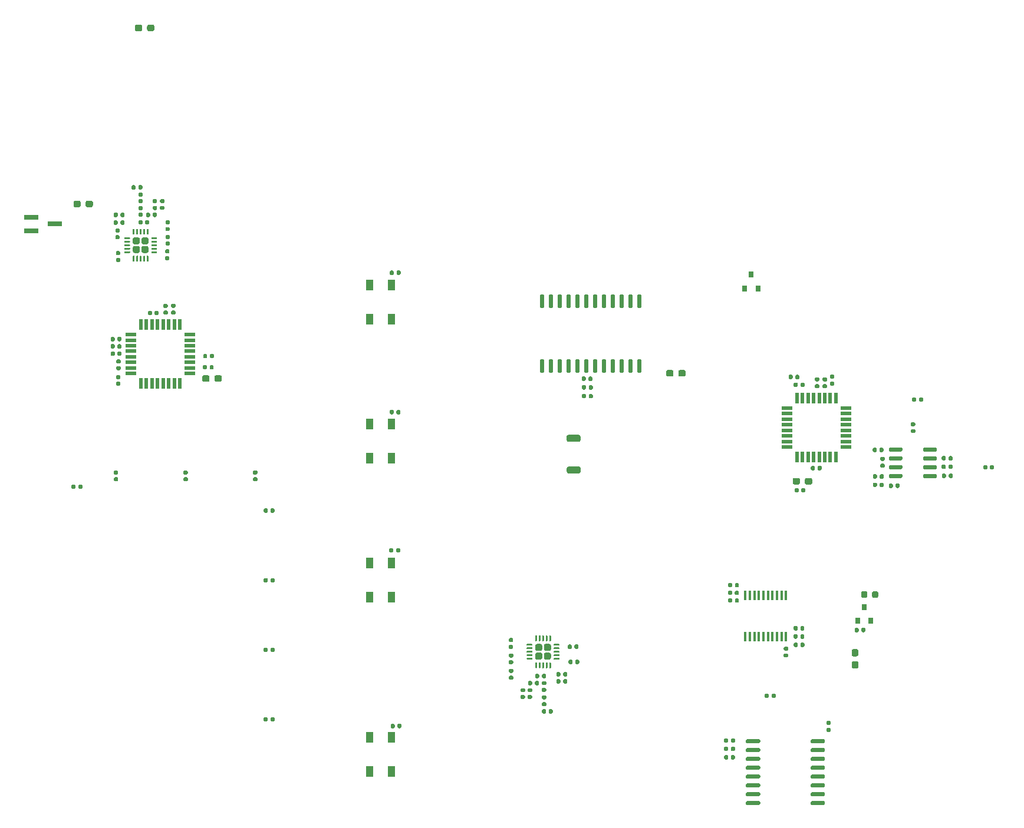
<source format=gbr>
G04 #@! TF.GenerationSoftware,KiCad,Pcbnew,(5.1.6)-1*
G04 #@! TF.CreationDate,2020-12-04T21:51:36-08:00*
G04 #@! TF.ProjectId,ReceiverCircuit,52656365-6976-4657-9243-697263756974,rev?*
G04 #@! TF.SameCoordinates,Original*
G04 #@! TF.FileFunction,Paste,Top*
G04 #@! TF.FilePolarity,Positive*
%FSLAX46Y46*%
G04 Gerber Fmt 4.6, Leading zero omitted, Abs format (unit mm)*
G04 Created by KiCad (PCBNEW (5.1.6)-1) date 2020-12-04 21:51:36*
%MOMM*%
%LPD*%
G01*
G04 APERTURE LIST*
%ADD10R,0.550000X1.600000*%
%ADD11R,1.600000X0.550000*%
%ADD12R,0.800000X0.900000*%
%ADD13R,0.450000X1.450000*%
%ADD14R,1.000000X1.500000*%
%ADD15R,2.000000X0.700000*%
G04 APERTURE END LIST*
G36*
G01*
X124501340Y-94647640D02*
X123001340Y-94647640D01*
G75*
G02*
X122751340Y-94397640I0J250000D01*
G01*
X122751340Y-93897640D01*
G75*
G02*
X123001340Y-93647640I250000J0D01*
G01*
X124501340Y-93647640D01*
G75*
G02*
X124751340Y-93897640I0J-250000D01*
G01*
X124751340Y-94397640D01*
G75*
G02*
X124501340Y-94647640I-250000J0D01*
G01*
G37*
G36*
G01*
X124468320Y-90101040D02*
X122968320Y-90101040D01*
G75*
G02*
X122718320Y-89851040I0J250000D01*
G01*
X122718320Y-89351040D01*
G75*
G02*
X122968320Y-89101040I250000J0D01*
G01*
X124468320Y-89101040D01*
G75*
G02*
X124718320Y-89351040I0J-250000D01*
G01*
X124718320Y-89851040D01*
G75*
G02*
X124468320Y-90101040I-250000J0D01*
G01*
G37*
D10*
X161392520Y-83788940D03*
X160592520Y-83788940D03*
X159792520Y-83788940D03*
X158992520Y-83788940D03*
X158192520Y-83788940D03*
X157392520Y-83788940D03*
X156592520Y-83788940D03*
X155792520Y-83788940D03*
D11*
X154342520Y-85238940D03*
X154342520Y-86038940D03*
X154342520Y-86838940D03*
X154342520Y-87638940D03*
X154342520Y-88438940D03*
X154342520Y-89238940D03*
X154342520Y-90038940D03*
X154342520Y-90838940D03*
D10*
X155792520Y-92288940D03*
X156592520Y-92288940D03*
X157392520Y-92288940D03*
X158192520Y-92288940D03*
X158992520Y-92288940D03*
X159792520Y-92288940D03*
X160592520Y-92288940D03*
X161392520Y-92288940D03*
D11*
X162842520Y-90838940D03*
X162842520Y-90038940D03*
X162842520Y-89238940D03*
X162842520Y-88438940D03*
X162842520Y-87638940D03*
X162842520Y-86838940D03*
X162842520Y-86038940D03*
X162842520Y-85238940D03*
G36*
G01*
X172933860Y-83853240D02*
X172933860Y-84198240D01*
G75*
G02*
X172786360Y-84345740I-147500J0D01*
G01*
X172491360Y-84345740D01*
G75*
G02*
X172343860Y-84198240I0J147500D01*
G01*
X172343860Y-83853240D01*
G75*
G02*
X172491360Y-83705740I147500J0D01*
G01*
X172786360Y-83705740D01*
G75*
G02*
X172933860Y-83853240I0J-147500D01*
G01*
G37*
G36*
G01*
X173903860Y-83853240D02*
X173903860Y-84198240D01*
G75*
G02*
X173756360Y-84345740I-147500J0D01*
G01*
X173461360Y-84345740D01*
G75*
G02*
X173313860Y-84198240I0J147500D01*
G01*
X173313860Y-83853240D01*
G75*
G02*
X173461360Y-83705740I147500J0D01*
G01*
X173756360Y-83705740D01*
G75*
G02*
X173903860Y-83853240I0J-147500D01*
G01*
G37*
G36*
G01*
X183147200Y-93594140D02*
X183147200Y-93939140D01*
G75*
G02*
X182999700Y-94086640I-147500J0D01*
G01*
X182704700Y-94086640D01*
G75*
G02*
X182557200Y-93939140I0J147500D01*
G01*
X182557200Y-93594140D01*
G75*
G02*
X182704700Y-93446640I147500J0D01*
G01*
X182999700Y-93446640D01*
G75*
G02*
X183147200Y-93594140I0J-147500D01*
G01*
G37*
G36*
G01*
X184117200Y-93594140D02*
X184117200Y-93939140D01*
G75*
G02*
X183969700Y-94086640I-147500J0D01*
G01*
X183674700Y-94086640D01*
G75*
G02*
X183527200Y-93939140I0J147500D01*
G01*
X183527200Y-93594140D01*
G75*
G02*
X183674700Y-93446640I147500J0D01*
G01*
X183969700Y-93446640D01*
G75*
G02*
X184117200Y-93594140I0J-147500D01*
G01*
G37*
G36*
G01*
X159626520Y-81815440D02*
X159971520Y-81815440D01*
G75*
G02*
X160119020Y-81962940I0J-147500D01*
G01*
X160119020Y-82257940D01*
G75*
G02*
X159971520Y-82405440I-147500J0D01*
G01*
X159626520Y-82405440D01*
G75*
G02*
X159479020Y-82257940I0J147500D01*
G01*
X159479020Y-81962940D01*
G75*
G02*
X159626520Y-81815440I147500J0D01*
G01*
G37*
G36*
G01*
X159626520Y-80845440D02*
X159971520Y-80845440D01*
G75*
G02*
X160119020Y-80992940I0J-147500D01*
G01*
X160119020Y-81287940D01*
G75*
G02*
X159971520Y-81435440I-147500J0D01*
G01*
X159626520Y-81435440D01*
G75*
G02*
X159479020Y-81287940I0J147500D01*
G01*
X159479020Y-80992940D01*
G75*
G02*
X159626520Y-80845440I147500J0D01*
G01*
G37*
G36*
G01*
X158774900Y-94050900D02*
X158774900Y-93705900D01*
G75*
G02*
X158922400Y-93558400I147500J0D01*
G01*
X159217400Y-93558400D01*
G75*
G02*
X159364900Y-93705900I0J-147500D01*
G01*
X159364900Y-94050900D01*
G75*
G02*
X159217400Y-94198400I-147500J0D01*
G01*
X158922400Y-94198400D01*
G75*
G02*
X158774900Y-94050900I0J147500D01*
G01*
G37*
G36*
G01*
X157804900Y-94050900D02*
X157804900Y-93705900D01*
G75*
G02*
X157952400Y-93558400I147500J0D01*
G01*
X158247400Y-93558400D01*
G75*
G02*
X158394900Y-93705900I0J-147500D01*
G01*
X158394900Y-94050900D01*
G75*
G02*
X158247400Y-94198400I-147500J0D01*
G01*
X157952400Y-94198400D01*
G75*
G02*
X157804900Y-94050900I0J147500D01*
G01*
G37*
G36*
G01*
X158516540Y-80835280D02*
X158861540Y-80835280D01*
G75*
G02*
X159009040Y-80982780I0J-147500D01*
G01*
X159009040Y-81277780D01*
G75*
G02*
X158861540Y-81425280I-147500J0D01*
G01*
X158516540Y-81425280D01*
G75*
G02*
X158369040Y-81277780I0J147500D01*
G01*
X158369040Y-80982780D01*
G75*
G02*
X158516540Y-80835280I147500J0D01*
G01*
G37*
G36*
G01*
X158516540Y-81805280D02*
X158861540Y-81805280D01*
G75*
G02*
X159009040Y-81952780I0J-147500D01*
G01*
X159009040Y-82247780D01*
G75*
G02*
X158861540Y-82395280I-147500J0D01*
G01*
X158516540Y-82395280D01*
G75*
G02*
X158369040Y-82247780I0J147500D01*
G01*
X158369040Y-81952780D01*
G75*
G02*
X158516540Y-81805280I147500J0D01*
G01*
G37*
G36*
G01*
X160693320Y-80444120D02*
X161038320Y-80444120D01*
G75*
G02*
X161185820Y-80591620I0J-147500D01*
G01*
X161185820Y-80886620D01*
G75*
G02*
X161038320Y-81034120I-147500J0D01*
G01*
X160693320Y-81034120D01*
G75*
G02*
X160545820Y-80886620I0J147500D01*
G01*
X160545820Y-80591620D01*
G75*
G02*
X160693320Y-80444120I147500J0D01*
G01*
G37*
G36*
G01*
X160693320Y-81414120D02*
X161038320Y-81414120D01*
G75*
G02*
X161185820Y-81561620I0J-147500D01*
G01*
X161185820Y-81856620D01*
G75*
G02*
X161038320Y-82004120I-147500J0D01*
G01*
X160693320Y-82004120D01*
G75*
G02*
X160545820Y-81856620I0J147500D01*
G01*
X160545820Y-81561620D01*
G75*
G02*
X160693320Y-81414120I147500J0D01*
G01*
G37*
G36*
G01*
X126482060Y-83350320D02*
X126482060Y-83695320D01*
G75*
G02*
X126334560Y-83842820I-147500J0D01*
G01*
X126039560Y-83842820D01*
G75*
G02*
X125892060Y-83695320I0J147500D01*
G01*
X125892060Y-83350320D01*
G75*
G02*
X126039560Y-83202820I147500J0D01*
G01*
X126334560Y-83202820D01*
G75*
G02*
X126482060Y-83350320I0J-147500D01*
G01*
G37*
G36*
G01*
X125512060Y-83350320D02*
X125512060Y-83695320D01*
G75*
G02*
X125364560Y-83842820I-147500J0D01*
G01*
X125069560Y-83842820D01*
G75*
G02*
X124922060Y-83695320I0J147500D01*
G01*
X124922060Y-83350320D01*
G75*
G02*
X125069560Y-83202820I147500J0D01*
G01*
X125364560Y-83202820D01*
G75*
G02*
X125512060Y-83350320I0J-147500D01*
G01*
G37*
G36*
G01*
X125512060Y-82093020D02*
X125512060Y-82438020D01*
G75*
G02*
X125364560Y-82585520I-147500J0D01*
G01*
X125069560Y-82585520D01*
G75*
G02*
X124922060Y-82438020I0J147500D01*
G01*
X124922060Y-82093020D01*
G75*
G02*
X125069560Y-81945520I147500J0D01*
G01*
X125364560Y-81945520D01*
G75*
G02*
X125512060Y-82093020I0J-147500D01*
G01*
G37*
G36*
G01*
X126482060Y-82093020D02*
X126482060Y-82438020D01*
G75*
G02*
X126334560Y-82585520I-147500J0D01*
G01*
X126039560Y-82585520D01*
G75*
G02*
X125892060Y-82438020I0J147500D01*
G01*
X125892060Y-82093020D01*
G75*
G02*
X126039560Y-81945520I147500J0D01*
G01*
X126334560Y-81945520D01*
G75*
G02*
X126482060Y-82093020I0J-147500D01*
G01*
G37*
G36*
G01*
X126443960Y-80861120D02*
X126443960Y-81206120D01*
G75*
G02*
X126296460Y-81353620I-147500J0D01*
G01*
X126001460Y-81353620D01*
G75*
G02*
X125853960Y-81206120I0J147500D01*
G01*
X125853960Y-80861120D01*
G75*
G02*
X126001460Y-80713620I147500J0D01*
G01*
X126296460Y-80713620D01*
G75*
G02*
X126443960Y-80861120I0J-147500D01*
G01*
G37*
G36*
G01*
X125473960Y-80861120D02*
X125473960Y-81206120D01*
G75*
G02*
X125326460Y-81353620I-147500J0D01*
G01*
X125031460Y-81353620D01*
G75*
G02*
X124883960Y-81206120I0J147500D01*
G01*
X124883960Y-80861120D01*
G75*
G02*
X125031460Y-80713620I147500J0D01*
G01*
X125326460Y-80713620D01*
G75*
G02*
X125473960Y-80861120I0J-147500D01*
G01*
G37*
G36*
G01*
X121264600Y-124708700D02*
X121264600Y-124363700D01*
G75*
G02*
X121412100Y-124216200I147500J0D01*
G01*
X121707100Y-124216200D01*
G75*
G02*
X121854600Y-124363700I0J-147500D01*
G01*
X121854600Y-124708700D01*
G75*
G02*
X121707100Y-124856200I-147500J0D01*
G01*
X121412100Y-124856200D01*
G75*
G02*
X121264600Y-124708700I0J147500D01*
G01*
G37*
G36*
G01*
X122234600Y-124708700D02*
X122234600Y-124363700D01*
G75*
G02*
X122382100Y-124216200I147500J0D01*
G01*
X122677100Y-124216200D01*
G75*
G02*
X122824600Y-124363700I0J-147500D01*
G01*
X122824600Y-124708700D01*
G75*
G02*
X122677100Y-124856200I-147500J0D01*
G01*
X122382100Y-124856200D01*
G75*
G02*
X122234600Y-124708700I0J147500D01*
G01*
G37*
G36*
G01*
X122234600Y-123692700D02*
X122234600Y-123347700D01*
G75*
G02*
X122382100Y-123200200I147500J0D01*
G01*
X122677100Y-123200200D01*
G75*
G02*
X122824600Y-123347700I0J-147500D01*
G01*
X122824600Y-123692700D01*
G75*
G02*
X122677100Y-123840200I-147500J0D01*
G01*
X122382100Y-123840200D01*
G75*
G02*
X122234600Y-123692700I0J147500D01*
G01*
G37*
G36*
G01*
X121264600Y-123692700D02*
X121264600Y-123347700D01*
G75*
G02*
X121412100Y-123200200I147500J0D01*
G01*
X121707100Y-123200200D01*
G75*
G02*
X121854600Y-123347700I0J-147500D01*
G01*
X121854600Y-123692700D01*
G75*
G02*
X121707100Y-123840200I-147500J0D01*
G01*
X121412100Y-123840200D01*
G75*
G02*
X121264600Y-123692700I0J147500D01*
G01*
G37*
G36*
G01*
X169961060Y-96583280D02*
X169961060Y-96238280D01*
G75*
G02*
X170108560Y-96090780I147500J0D01*
G01*
X170403560Y-96090780D01*
G75*
G02*
X170551060Y-96238280I0J-147500D01*
G01*
X170551060Y-96583280D01*
G75*
G02*
X170403560Y-96730780I-147500J0D01*
G01*
X170108560Y-96730780D01*
G75*
G02*
X169961060Y-96583280I0J147500D01*
G01*
G37*
G36*
G01*
X168991060Y-96583280D02*
X168991060Y-96238280D01*
G75*
G02*
X169138560Y-96090780I147500J0D01*
G01*
X169433560Y-96090780D01*
G75*
G02*
X169581060Y-96238280I0J-147500D01*
G01*
X169581060Y-96583280D01*
G75*
G02*
X169433560Y-96730780I-147500J0D01*
G01*
X169138560Y-96730780D01*
G75*
G02*
X168991060Y-96583280I0J147500D01*
G01*
G37*
G36*
G01*
X168265060Y-94904780D02*
X168265060Y-95249780D01*
G75*
G02*
X168117560Y-95397280I-147500J0D01*
G01*
X167822560Y-95397280D01*
G75*
G02*
X167675060Y-95249780I0J147500D01*
G01*
X167675060Y-94904780D01*
G75*
G02*
X167822560Y-94757280I147500J0D01*
G01*
X168117560Y-94757280D01*
G75*
G02*
X168265060Y-94904780I0J-147500D01*
G01*
G37*
G36*
G01*
X167295060Y-94904780D02*
X167295060Y-95249780D01*
G75*
G02*
X167147560Y-95397280I-147500J0D01*
G01*
X166852560Y-95397280D01*
G75*
G02*
X166705060Y-95249780I0J147500D01*
G01*
X166705060Y-94904780D01*
G75*
G02*
X166852560Y-94757280I147500J0D01*
G01*
X167147560Y-94757280D01*
G75*
G02*
X167295060Y-94904780I0J-147500D01*
G01*
G37*
G36*
G01*
X167295060Y-96111280D02*
X167295060Y-96456280D01*
G75*
G02*
X167147560Y-96603780I-147500J0D01*
G01*
X166852560Y-96603780D01*
G75*
G02*
X166705060Y-96456280I0J147500D01*
G01*
X166705060Y-96111280D01*
G75*
G02*
X166852560Y-95963780I147500J0D01*
G01*
X167147560Y-95963780D01*
G75*
G02*
X167295060Y-96111280I0J-147500D01*
G01*
G37*
G36*
G01*
X168265060Y-96111280D02*
X168265060Y-96456280D01*
G75*
G02*
X168117560Y-96603780I-147500J0D01*
G01*
X167822560Y-96603780D01*
G75*
G02*
X167675060Y-96456280I0J147500D01*
G01*
X167675060Y-96111280D01*
G75*
G02*
X167822560Y-95963780I147500J0D01*
G01*
X168117560Y-95963780D01*
G75*
G02*
X168265060Y-96111280I0J-147500D01*
G01*
G37*
G36*
G01*
X145931120Y-135280620D02*
X145931120Y-135625620D01*
G75*
G02*
X145783620Y-135773120I-147500J0D01*
G01*
X145488620Y-135773120D01*
G75*
G02*
X145341120Y-135625620I0J147500D01*
G01*
X145341120Y-135280620D01*
G75*
G02*
X145488620Y-135133120I147500J0D01*
G01*
X145783620Y-135133120D01*
G75*
G02*
X145931120Y-135280620I0J-147500D01*
G01*
G37*
G36*
G01*
X146901120Y-135280620D02*
X146901120Y-135625620D01*
G75*
G02*
X146753620Y-135773120I-147500J0D01*
G01*
X146458620Y-135773120D01*
G75*
G02*
X146311120Y-135625620I0J147500D01*
G01*
X146311120Y-135280620D01*
G75*
G02*
X146458620Y-135133120I147500J0D01*
G01*
X146753620Y-135133120D01*
G75*
G02*
X146901120Y-135280620I0J-147500D01*
G01*
G37*
G36*
G01*
X146901120Y-134074120D02*
X146901120Y-134419120D01*
G75*
G02*
X146753620Y-134566620I-147500J0D01*
G01*
X146458620Y-134566620D01*
G75*
G02*
X146311120Y-134419120I0J147500D01*
G01*
X146311120Y-134074120D01*
G75*
G02*
X146458620Y-133926620I147500J0D01*
G01*
X146753620Y-133926620D01*
G75*
G02*
X146901120Y-134074120I0J-147500D01*
G01*
G37*
G36*
G01*
X145931120Y-134074120D02*
X145931120Y-134419120D01*
G75*
G02*
X145783620Y-134566620I-147500J0D01*
G01*
X145488620Y-134566620D01*
G75*
G02*
X145341120Y-134419120I0J147500D01*
G01*
X145341120Y-134074120D01*
G75*
G02*
X145488620Y-133926620I147500J0D01*
G01*
X145783620Y-133926620D01*
G75*
G02*
X145931120Y-134074120I0J-147500D01*
G01*
G37*
G36*
G01*
X145931120Y-132867620D02*
X145931120Y-133212620D01*
G75*
G02*
X145783620Y-133360120I-147500J0D01*
G01*
X145488620Y-133360120D01*
G75*
G02*
X145341120Y-133212620I0J147500D01*
G01*
X145341120Y-132867620D01*
G75*
G02*
X145488620Y-132720120I147500J0D01*
G01*
X145783620Y-132720120D01*
G75*
G02*
X145931120Y-132867620I0J-147500D01*
G01*
G37*
G36*
G01*
X146901120Y-132867620D02*
X146901120Y-133212620D01*
G75*
G02*
X146753620Y-133360120I-147500J0D01*
G01*
X146458620Y-133360120D01*
G75*
G02*
X146311120Y-133212620I0J147500D01*
G01*
X146311120Y-132867620D01*
G75*
G02*
X146458620Y-132720120I147500J0D01*
G01*
X146753620Y-132720120D01*
G75*
G02*
X146901120Y-132867620I0J-147500D01*
G01*
G37*
G36*
G01*
X156283160Y-118252020D02*
X156283160Y-117907020D01*
G75*
G02*
X156430660Y-117759520I147500J0D01*
G01*
X156725660Y-117759520D01*
G75*
G02*
X156873160Y-117907020I0J-147500D01*
G01*
X156873160Y-118252020D01*
G75*
G02*
X156725660Y-118399520I-147500J0D01*
G01*
X156430660Y-118399520D01*
G75*
G02*
X156283160Y-118252020I0J147500D01*
G01*
G37*
G36*
G01*
X155313160Y-118252020D02*
X155313160Y-117907020D01*
G75*
G02*
X155460660Y-117759520I147500J0D01*
G01*
X155755660Y-117759520D01*
G75*
G02*
X155903160Y-117907020I0J-147500D01*
G01*
X155903160Y-118252020D01*
G75*
G02*
X155755660Y-118399520I-147500J0D01*
G01*
X155460660Y-118399520D01*
G75*
G02*
X155313160Y-118252020I0J147500D01*
G01*
G37*
G36*
G01*
X155313160Y-117083620D02*
X155313160Y-116738620D01*
G75*
G02*
X155460660Y-116591120I147500J0D01*
G01*
X155755660Y-116591120D01*
G75*
G02*
X155903160Y-116738620I0J-147500D01*
G01*
X155903160Y-117083620D01*
G75*
G02*
X155755660Y-117231120I-147500J0D01*
G01*
X155460660Y-117231120D01*
G75*
G02*
X155313160Y-117083620I0J147500D01*
G01*
G37*
G36*
G01*
X156283160Y-117083620D02*
X156283160Y-116738620D01*
G75*
G02*
X156430660Y-116591120I147500J0D01*
G01*
X156725660Y-116591120D01*
G75*
G02*
X156873160Y-116738620I0J-147500D01*
G01*
X156873160Y-117083620D01*
G75*
G02*
X156725660Y-117231120I-147500J0D01*
G01*
X156430660Y-117231120D01*
G75*
G02*
X156283160Y-117083620I0J147500D01*
G01*
G37*
G36*
G01*
X154046140Y-120514880D02*
X154391140Y-120514880D01*
G75*
G02*
X154538640Y-120662380I0J-147500D01*
G01*
X154538640Y-120957380D01*
G75*
G02*
X154391140Y-121104880I-147500J0D01*
G01*
X154046140Y-121104880D01*
G75*
G02*
X153898640Y-120957380I0J147500D01*
G01*
X153898640Y-120662380D01*
G75*
G02*
X154046140Y-120514880I147500J0D01*
G01*
G37*
G36*
G01*
X154046140Y-119544880D02*
X154391140Y-119544880D01*
G75*
G02*
X154538640Y-119692380I0J-147500D01*
G01*
X154538640Y-119987380D01*
G75*
G02*
X154391140Y-120134880I-147500J0D01*
G01*
X154046140Y-120134880D01*
G75*
G02*
X153898640Y-119987380I0J147500D01*
G01*
X153898640Y-119692380D01*
G75*
G02*
X154046140Y-119544880I147500J0D01*
G01*
G37*
G36*
G01*
X147472620Y-111638300D02*
X147472620Y-111983300D01*
G75*
G02*
X147325120Y-112130800I-147500J0D01*
G01*
X147030120Y-112130800D01*
G75*
G02*
X146882620Y-111983300I0J147500D01*
G01*
X146882620Y-111638300D01*
G75*
G02*
X147030120Y-111490800I147500J0D01*
G01*
X147325120Y-111490800D01*
G75*
G02*
X147472620Y-111638300I0J-147500D01*
G01*
G37*
G36*
G01*
X146502620Y-111638300D02*
X146502620Y-111983300D01*
G75*
G02*
X146355120Y-112130800I-147500J0D01*
G01*
X146060120Y-112130800D01*
G75*
G02*
X145912620Y-111983300I0J147500D01*
G01*
X145912620Y-111638300D01*
G75*
G02*
X146060120Y-111490800I147500J0D01*
G01*
X146355120Y-111490800D01*
G75*
G02*
X146502620Y-111638300I0J-147500D01*
G01*
G37*
G36*
G01*
X146505160Y-112727960D02*
X146505160Y-113072960D01*
G75*
G02*
X146357660Y-113220460I-147500J0D01*
G01*
X146062660Y-113220460D01*
G75*
G02*
X145915160Y-113072960I0J147500D01*
G01*
X145915160Y-112727960D01*
G75*
G02*
X146062660Y-112580460I147500J0D01*
G01*
X146357660Y-112580460D01*
G75*
G02*
X146505160Y-112727960I0J-147500D01*
G01*
G37*
G36*
G01*
X147475160Y-112727960D02*
X147475160Y-113072960D01*
G75*
G02*
X147327660Y-113220460I-147500J0D01*
G01*
X147032660Y-113220460D01*
G75*
G02*
X146885160Y-113072960I0J147500D01*
G01*
X146885160Y-112727960D01*
G75*
G02*
X147032660Y-112580460I147500J0D01*
G01*
X147327660Y-112580460D01*
G75*
G02*
X147475160Y-112727960I0J-147500D01*
G01*
G37*
G36*
G01*
X147475160Y-110538480D02*
X147475160Y-110883480D01*
G75*
G02*
X147327660Y-111030980I-147500J0D01*
G01*
X147032660Y-111030980D01*
G75*
G02*
X146885160Y-110883480I0J147500D01*
G01*
X146885160Y-110538480D01*
G75*
G02*
X147032660Y-110390980I147500J0D01*
G01*
X147327660Y-110390980D01*
G75*
G02*
X147475160Y-110538480I0J-147500D01*
G01*
G37*
G36*
G01*
X146505160Y-110538480D02*
X146505160Y-110883480D01*
G75*
G02*
X146357660Y-111030980I-147500J0D01*
G01*
X146062660Y-111030980D01*
G75*
G02*
X145915160Y-110883480I0J147500D01*
G01*
X145915160Y-110538480D01*
G75*
G02*
X146062660Y-110390980I147500J0D01*
G01*
X146357660Y-110390980D01*
G75*
G02*
X146505160Y-110538480I0J-147500D01*
G01*
G37*
D12*
X148300400Y-68030600D03*
X150200400Y-68030600D03*
X149250400Y-66030600D03*
G36*
G01*
X119714440Y-119154240D02*
X120224440Y-119154240D01*
G75*
G02*
X120474440Y-119404240I0J-250000D01*
G01*
X120474440Y-119914240D01*
G75*
G02*
X120224440Y-120164240I-250000J0D01*
G01*
X119714440Y-120164240D01*
G75*
G02*
X119464440Y-119914240I0J250000D01*
G01*
X119464440Y-119404240D01*
G75*
G02*
X119714440Y-119154240I250000J0D01*
G01*
G37*
G36*
G01*
X118464440Y-119154240D02*
X118974440Y-119154240D01*
G75*
G02*
X119224440Y-119404240I0J-250000D01*
G01*
X119224440Y-119914240D01*
G75*
G02*
X118974440Y-120164240I-250000J0D01*
G01*
X118464440Y-120164240D01*
G75*
G02*
X118214440Y-119914240I0J250000D01*
G01*
X118214440Y-119404240D01*
G75*
G02*
X118464440Y-119154240I250000J0D01*
G01*
G37*
G36*
G01*
X119714440Y-120404240D02*
X120224440Y-120404240D01*
G75*
G02*
X120474440Y-120654240I0J-250000D01*
G01*
X120474440Y-121164240D01*
G75*
G02*
X120224440Y-121414240I-250000J0D01*
G01*
X119714440Y-121414240D01*
G75*
G02*
X119464440Y-121164240I0J250000D01*
G01*
X119464440Y-120654240D01*
G75*
G02*
X119714440Y-120404240I250000J0D01*
G01*
G37*
G36*
G01*
X118464440Y-120404240D02*
X118974440Y-120404240D01*
G75*
G02*
X119224440Y-120654240I0J-250000D01*
G01*
X119224440Y-121164240D01*
G75*
G02*
X118974440Y-121414240I-250000J0D01*
G01*
X118464440Y-121414240D01*
G75*
G02*
X118214440Y-121164240I0J250000D01*
G01*
X118214440Y-120654240D01*
G75*
G02*
X118464440Y-120404240I250000J0D01*
G01*
G37*
G36*
G01*
X120281940Y-117934240D02*
X120406940Y-117934240D01*
G75*
G02*
X120469440Y-117996740I0J-62500D01*
G01*
X120469440Y-118696740D01*
G75*
G02*
X120406940Y-118759240I-62500J0D01*
G01*
X120281940Y-118759240D01*
G75*
G02*
X120219440Y-118696740I0J62500D01*
G01*
X120219440Y-117996740D01*
G75*
G02*
X120281940Y-117934240I62500J0D01*
G01*
G37*
G36*
G01*
X119781940Y-117934240D02*
X119906940Y-117934240D01*
G75*
G02*
X119969440Y-117996740I0J-62500D01*
G01*
X119969440Y-118696740D01*
G75*
G02*
X119906940Y-118759240I-62500J0D01*
G01*
X119781940Y-118759240D01*
G75*
G02*
X119719440Y-118696740I0J62500D01*
G01*
X119719440Y-117996740D01*
G75*
G02*
X119781940Y-117934240I62500J0D01*
G01*
G37*
G36*
G01*
X119281940Y-117934240D02*
X119406940Y-117934240D01*
G75*
G02*
X119469440Y-117996740I0J-62500D01*
G01*
X119469440Y-118696740D01*
G75*
G02*
X119406940Y-118759240I-62500J0D01*
G01*
X119281940Y-118759240D01*
G75*
G02*
X119219440Y-118696740I0J62500D01*
G01*
X119219440Y-117996740D01*
G75*
G02*
X119281940Y-117934240I62500J0D01*
G01*
G37*
G36*
G01*
X118781940Y-117934240D02*
X118906940Y-117934240D01*
G75*
G02*
X118969440Y-117996740I0J-62500D01*
G01*
X118969440Y-118696740D01*
G75*
G02*
X118906940Y-118759240I-62500J0D01*
G01*
X118781940Y-118759240D01*
G75*
G02*
X118719440Y-118696740I0J62500D01*
G01*
X118719440Y-117996740D01*
G75*
G02*
X118781940Y-117934240I62500J0D01*
G01*
G37*
G36*
G01*
X118281940Y-117934240D02*
X118406940Y-117934240D01*
G75*
G02*
X118469440Y-117996740I0J-62500D01*
G01*
X118469440Y-118696740D01*
G75*
G02*
X118406940Y-118759240I-62500J0D01*
G01*
X118281940Y-118759240D01*
G75*
G02*
X118219440Y-118696740I0J62500D01*
G01*
X118219440Y-117996740D01*
G75*
G02*
X118281940Y-117934240I62500J0D01*
G01*
G37*
G36*
G01*
X117056940Y-119159240D02*
X117756940Y-119159240D01*
G75*
G02*
X117819440Y-119221740I0J-62500D01*
G01*
X117819440Y-119346740D01*
G75*
G02*
X117756940Y-119409240I-62500J0D01*
G01*
X117056940Y-119409240D01*
G75*
G02*
X116994440Y-119346740I0J62500D01*
G01*
X116994440Y-119221740D01*
G75*
G02*
X117056940Y-119159240I62500J0D01*
G01*
G37*
G36*
G01*
X117056940Y-119659240D02*
X117756940Y-119659240D01*
G75*
G02*
X117819440Y-119721740I0J-62500D01*
G01*
X117819440Y-119846740D01*
G75*
G02*
X117756940Y-119909240I-62500J0D01*
G01*
X117056940Y-119909240D01*
G75*
G02*
X116994440Y-119846740I0J62500D01*
G01*
X116994440Y-119721740D01*
G75*
G02*
X117056940Y-119659240I62500J0D01*
G01*
G37*
G36*
G01*
X117056940Y-120159240D02*
X117756940Y-120159240D01*
G75*
G02*
X117819440Y-120221740I0J-62500D01*
G01*
X117819440Y-120346740D01*
G75*
G02*
X117756940Y-120409240I-62500J0D01*
G01*
X117056940Y-120409240D01*
G75*
G02*
X116994440Y-120346740I0J62500D01*
G01*
X116994440Y-120221740D01*
G75*
G02*
X117056940Y-120159240I62500J0D01*
G01*
G37*
G36*
G01*
X117056940Y-120659240D02*
X117756940Y-120659240D01*
G75*
G02*
X117819440Y-120721740I0J-62500D01*
G01*
X117819440Y-120846740D01*
G75*
G02*
X117756940Y-120909240I-62500J0D01*
G01*
X117056940Y-120909240D01*
G75*
G02*
X116994440Y-120846740I0J62500D01*
G01*
X116994440Y-120721740D01*
G75*
G02*
X117056940Y-120659240I62500J0D01*
G01*
G37*
G36*
G01*
X117056940Y-121159240D02*
X117756940Y-121159240D01*
G75*
G02*
X117819440Y-121221740I0J-62500D01*
G01*
X117819440Y-121346740D01*
G75*
G02*
X117756940Y-121409240I-62500J0D01*
G01*
X117056940Y-121409240D01*
G75*
G02*
X116994440Y-121346740I0J62500D01*
G01*
X116994440Y-121221740D01*
G75*
G02*
X117056940Y-121159240I62500J0D01*
G01*
G37*
G36*
G01*
X118281940Y-121809240D02*
X118406940Y-121809240D01*
G75*
G02*
X118469440Y-121871740I0J-62500D01*
G01*
X118469440Y-122571740D01*
G75*
G02*
X118406940Y-122634240I-62500J0D01*
G01*
X118281940Y-122634240D01*
G75*
G02*
X118219440Y-122571740I0J62500D01*
G01*
X118219440Y-121871740D01*
G75*
G02*
X118281940Y-121809240I62500J0D01*
G01*
G37*
G36*
G01*
X118781940Y-121809240D02*
X118906940Y-121809240D01*
G75*
G02*
X118969440Y-121871740I0J-62500D01*
G01*
X118969440Y-122571740D01*
G75*
G02*
X118906940Y-122634240I-62500J0D01*
G01*
X118781940Y-122634240D01*
G75*
G02*
X118719440Y-122571740I0J62500D01*
G01*
X118719440Y-121871740D01*
G75*
G02*
X118781940Y-121809240I62500J0D01*
G01*
G37*
G36*
G01*
X119281940Y-121809240D02*
X119406940Y-121809240D01*
G75*
G02*
X119469440Y-121871740I0J-62500D01*
G01*
X119469440Y-122571740D01*
G75*
G02*
X119406940Y-122634240I-62500J0D01*
G01*
X119281940Y-122634240D01*
G75*
G02*
X119219440Y-122571740I0J62500D01*
G01*
X119219440Y-121871740D01*
G75*
G02*
X119281940Y-121809240I62500J0D01*
G01*
G37*
G36*
G01*
X119781940Y-121809240D02*
X119906940Y-121809240D01*
G75*
G02*
X119969440Y-121871740I0J-62500D01*
G01*
X119969440Y-122571740D01*
G75*
G02*
X119906940Y-122634240I-62500J0D01*
G01*
X119781940Y-122634240D01*
G75*
G02*
X119719440Y-122571740I0J62500D01*
G01*
X119719440Y-121871740D01*
G75*
G02*
X119781940Y-121809240I62500J0D01*
G01*
G37*
G36*
G01*
X120281940Y-121809240D02*
X120406940Y-121809240D01*
G75*
G02*
X120469440Y-121871740I0J-62500D01*
G01*
X120469440Y-122571740D01*
G75*
G02*
X120406940Y-122634240I-62500J0D01*
G01*
X120281940Y-122634240D01*
G75*
G02*
X120219440Y-122571740I0J62500D01*
G01*
X120219440Y-121871740D01*
G75*
G02*
X120281940Y-121809240I62500J0D01*
G01*
G37*
G36*
G01*
X120931940Y-121159240D02*
X121631940Y-121159240D01*
G75*
G02*
X121694440Y-121221740I0J-62500D01*
G01*
X121694440Y-121346740D01*
G75*
G02*
X121631940Y-121409240I-62500J0D01*
G01*
X120931940Y-121409240D01*
G75*
G02*
X120869440Y-121346740I0J62500D01*
G01*
X120869440Y-121221740D01*
G75*
G02*
X120931940Y-121159240I62500J0D01*
G01*
G37*
G36*
G01*
X120931940Y-120659240D02*
X121631940Y-120659240D01*
G75*
G02*
X121694440Y-120721740I0J-62500D01*
G01*
X121694440Y-120846740D01*
G75*
G02*
X121631940Y-120909240I-62500J0D01*
G01*
X120931940Y-120909240D01*
G75*
G02*
X120869440Y-120846740I0J62500D01*
G01*
X120869440Y-120721740D01*
G75*
G02*
X120931940Y-120659240I62500J0D01*
G01*
G37*
G36*
G01*
X120931940Y-120159240D02*
X121631940Y-120159240D01*
G75*
G02*
X121694440Y-120221740I0J-62500D01*
G01*
X121694440Y-120346740D01*
G75*
G02*
X121631940Y-120409240I-62500J0D01*
G01*
X120931940Y-120409240D01*
G75*
G02*
X120869440Y-120346740I0J62500D01*
G01*
X120869440Y-120221740D01*
G75*
G02*
X120931940Y-120159240I62500J0D01*
G01*
G37*
G36*
G01*
X120931940Y-119659240D02*
X121631940Y-119659240D01*
G75*
G02*
X121694440Y-119721740I0J-62500D01*
G01*
X121694440Y-119846740D01*
G75*
G02*
X121631940Y-119909240I-62500J0D01*
G01*
X120931940Y-119909240D01*
G75*
G02*
X120869440Y-119846740I0J62500D01*
G01*
X120869440Y-119721740D01*
G75*
G02*
X120931940Y-119659240I62500J0D01*
G01*
G37*
G36*
G01*
X120931940Y-119159240D02*
X121631940Y-119159240D01*
G75*
G02*
X121694440Y-119221740I0J-62500D01*
G01*
X121694440Y-119346740D01*
G75*
G02*
X121631940Y-119409240I-62500J0D01*
G01*
X120931940Y-119409240D01*
G75*
G02*
X120869440Y-119346740I0J62500D01*
G01*
X120869440Y-119221740D01*
G75*
G02*
X120931940Y-119159240I62500J0D01*
G01*
G37*
G36*
G01*
X148477600Y-133291720D02*
X148477600Y-132991720D01*
G75*
G02*
X148627600Y-132841720I150000J0D01*
G01*
X150377600Y-132841720D01*
G75*
G02*
X150527600Y-132991720I0J-150000D01*
G01*
X150527600Y-133291720D01*
G75*
G02*
X150377600Y-133441720I-150000J0D01*
G01*
X148627600Y-133441720D01*
G75*
G02*
X148477600Y-133291720I0J150000D01*
G01*
G37*
G36*
G01*
X148477600Y-134561720D02*
X148477600Y-134261720D01*
G75*
G02*
X148627600Y-134111720I150000J0D01*
G01*
X150377600Y-134111720D01*
G75*
G02*
X150527600Y-134261720I0J-150000D01*
G01*
X150527600Y-134561720D01*
G75*
G02*
X150377600Y-134711720I-150000J0D01*
G01*
X148627600Y-134711720D01*
G75*
G02*
X148477600Y-134561720I0J150000D01*
G01*
G37*
G36*
G01*
X148477600Y-135831720D02*
X148477600Y-135531720D01*
G75*
G02*
X148627600Y-135381720I150000J0D01*
G01*
X150377600Y-135381720D01*
G75*
G02*
X150527600Y-135531720I0J-150000D01*
G01*
X150527600Y-135831720D01*
G75*
G02*
X150377600Y-135981720I-150000J0D01*
G01*
X148627600Y-135981720D01*
G75*
G02*
X148477600Y-135831720I0J150000D01*
G01*
G37*
G36*
G01*
X148477600Y-137101720D02*
X148477600Y-136801720D01*
G75*
G02*
X148627600Y-136651720I150000J0D01*
G01*
X150377600Y-136651720D01*
G75*
G02*
X150527600Y-136801720I0J-150000D01*
G01*
X150527600Y-137101720D01*
G75*
G02*
X150377600Y-137251720I-150000J0D01*
G01*
X148627600Y-137251720D01*
G75*
G02*
X148477600Y-137101720I0J150000D01*
G01*
G37*
G36*
G01*
X148477600Y-138371720D02*
X148477600Y-138071720D01*
G75*
G02*
X148627600Y-137921720I150000J0D01*
G01*
X150377600Y-137921720D01*
G75*
G02*
X150527600Y-138071720I0J-150000D01*
G01*
X150527600Y-138371720D01*
G75*
G02*
X150377600Y-138521720I-150000J0D01*
G01*
X148627600Y-138521720D01*
G75*
G02*
X148477600Y-138371720I0J150000D01*
G01*
G37*
G36*
G01*
X148477600Y-139641720D02*
X148477600Y-139341720D01*
G75*
G02*
X148627600Y-139191720I150000J0D01*
G01*
X150377600Y-139191720D01*
G75*
G02*
X150527600Y-139341720I0J-150000D01*
G01*
X150527600Y-139641720D01*
G75*
G02*
X150377600Y-139791720I-150000J0D01*
G01*
X148627600Y-139791720D01*
G75*
G02*
X148477600Y-139641720I0J150000D01*
G01*
G37*
G36*
G01*
X148477600Y-140911720D02*
X148477600Y-140611720D01*
G75*
G02*
X148627600Y-140461720I150000J0D01*
G01*
X150377600Y-140461720D01*
G75*
G02*
X150527600Y-140611720I0J-150000D01*
G01*
X150527600Y-140911720D01*
G75*
G02*
X150377600Y-141061720I-150000J0D01*
G01*
X148627600Y-141061720D01*
G75*
G02*
X148477600Y-140911720I0J150000D01*
G01*
G37*
G36*
G01*
X148477600Y-142181720D02*
X148477600Y-141881720D01*
G75*
G02*
X148627600Y-141731720I150000J0D01*
G01*
X150377600Y-141731720D01*
G75*
G02*
X150527600Y-141881720I0J-150000D01*
G01*
X150527600Y-142181720D01*
G75*
G02*
X150377600Y-142331720I-150000J0D01*
G01*
X148627600Y-142331720D01*
G75*
G02*
X148477600Y-142181720I0J150000D01*
G01*
G37*
G36*
G01*
X157777600Y-142181720D02*
X157777600Y-141881720D01*
G75*
G02*
X157927600Y-141731720I150000J0D01*
G01*
X159677600Y-141731720D01*
G75*
G02*
X159827600Y-141881720I0J-150000D01*
G01*
X159827600Y-142181720D01*
G75*
G02*
X159677600Y-142331720I-150000J0D01*
G01*
X157927600Y-142331720D01*
G75*
G02*
X157777600Y-142181720I0J150000D01*
G01*
G37*
G36*
G01*
X157777600Y-140911720D02*
X157777600Y-140611720D01*
G75*
G02*
X157927600Y-140461720I150000J0D01*
G01*
X159677600Y-140461720D01*
G75*
G02*
X159827600Y-140611720I0J-150000D01*
G01*
X159827600Y-140911720D01*
G75*
G02*
X159677600Y-141061720I-150000J0D01*
G01*
X157927600Y-141061720D01*
G75*
G02*
X157777600Y-140911720I0J150000D01*
G01*
G37*
G36*
G01*
X157777600Y-139641720D02*
X157777600Y-139341720D01*
G75*
G02*
X157927600Y-139191720I150000J0D01*
G01*
X159677600Y-139191720D01*
G75*
G02*
X159827600Y-139341720I0J-150000D01*
G01*
X159827600Y-139641720D01*
G75*
G02*
X159677600Y-139791720I-150000J0D01*
G01*
X157927600Y-139791720D01*
G75*
G02*
X157777600Y-139641720I0J150000D01*
G01*
G37*
G36*
G01*
X157777600Y-138371720D02*
X157777600Y-138071720D01*
G75*
G02*
X157927600Y-137921720I150000J0D01*
G01*
X159677600Y-137921720D01*
G75*
G02*
X159827600Y-138071720I0J-150000D01*
G01*
X159827600Y-138371720D01*
G75*
G02*
X159677600Y-138521720I-150000J0D01*
G01*
X157927600Y-138521720D01*
G75*
G02*
X157777600Y-138371720I0J150000D01*
G01*
G37*
G36*
G01*
X157777600Y-137101720D02*
X157777600Y-136801720D01*
G75*
G02*
X157927600Y-136651720I150000J0D01*
G01*
X159677600Y-136651720D01*
G75*
G02*
X159827600Y-136801720I0J-150000D01*
G01*
X159827600Y-137101720D01*
G75*
G02*
X159677600Y-137251720I-150000J0D01*
G01*
X157927600Y-137251720D01*
G75*
G02*
X157777600Y-137101720I0J150000D01*
G01*
G37*
G36*
G01*
X157777600Y-135831720D02*
X157777600Y-135531720D01*
G75*
G02*
X157927600Y-135381720I150000J0D01*
G01*
X159677600Y-135381720D01*
G75*
G02*
X159827600Y-135531720I0J-150000D01*
G01*
X159827600Y-135831720D01*
G75*
G02*
X159677600Y-135981720I-150000J0D01*
G01*
X157927600Y-135981720D01*
G75*
G02*
X157777600Y-135831720I0J150000D01*
G01*
G37*
G36*
G01*
X157777600Y-134561720D02*
X157777600Y-134261720D01*
G75*
G02*
X157927600Y-134111720I150000J0D01*
G01*
X159677600Y-134111720D01*
G75*
G02*
X159827600Y-134261720I0J-150000D01*
G01*
X159827600Y-134561720D01*
G75*
G02*
X159677600Y-134711720I-150000J0D01*
G01*
X157927600Y-134711720D01*
G75*
G02*
X157777600Y-134561720I0J150000D01*
G01*
G37*
G36*
G01*
X157777600Y-133291720D02*
X157777600Y-132991720D01*
G75*
G02*
X157927600Y-132841720I150000J0D01*
G01*
X159677600Y-132841720D01*
G75*
G02*
X159827600Y-132991720I0J-150000D01*
G01*
X159827600Y-133291720D01*
G75*
G02*
X159677600Y-133441720I-150000J0D01*
G01*
X157927600Y-133441720D01*
G75*
G02*
X157777600Y-133291720I0J150000D01*
G01*
G37*
D13*
X148385340Y-112180580D03*
X149035340Y-112180580D03*
X149685340Y-112180580D03*
X150335340Y-112180580D03*
X150985340Y-112180580D03*
X151635340Y-112180580D03*
X152285340Y-112180580D03*
X152935340Y-112180580D03*
X153585340Y-112180580D03*
X154235340Y-112180580D03*
X154235340Y-118080580D03*
X153585340Y-118080580D03*
X152935340Y-118080580D03*
X152285340Y-118080580D03*
X151635340Y-118080580D03*
X150985340Y-118080580D03*
X150335340Y-118080580D03*
X149685340Y-118080580D03*
X149035340Y-118080580D03*
X148385340Y-118080580D03*
D12*
X165486080Y-113846100D03*
X166436080Y-115846100D03*
X164536080Y-115846100D03*
G36*
G01*
X156425400Y-97238600D02*
X156425400Y-96893600D01*
G75*
G02*
X156572900Y-96746100I147500J0D01*
G01*
X156867900Y-96746100D01*
G75*
G02*
X157015400Y-96893600I0J-147500D01*
G01*
X157015400Y-97238600D01*
G75*
G02*
X156867900Y-97386100I-147500J0D01*
G01*
X156572900Y-97386100D01*
G75*
G02*
X156425400Y-97238600I0J147500D01*
G01*
G37*
G36*
G01*
X155455400Y-97238600D02*
X155455400Y-96893600D01*
G75*
G02*
X155602900Y-96746100I147500J0D01*
G01*
X155897900Y-96746100D01*
G75*
G02*
X156045400Y-96893600I0J-147500D01*
G01*
X156045400Y-97238600D01*
G75*
G02*
X155897900Y-97386100I-147500J0D01*
G01*
X155602900Y-97386100D01*
G75*
G02*
X155455400Y-97238600I0J147500D01*
G01*
G37*
G36*
G01*
X156311100Y-82067180D02*
X156311100Y-81722180D01*
G75*
G02*
X156458600Y-81574680I147500J0D01*
G01*
X156753600Y-81574680D01*
G75*
G02*
X156901100Y-81722180I0J-147500D01*
G01*
X156901100Y-82067180D01*
G75*
G02*
X156753600Y-82214680I-147500J0D01*
G01*
X156458600Y-82214680D01*
G75*
G02*
X156311100Y-82067180I0J147500D01*
G01*
G37*
G36*
G01*
X155341100Y-82067180D02*
X155341100Y-81722180D01*
G75*
G02*
X155488600Y-81574680I147500J0D01*
G01*
X155783600Y-81574680D01*
G75*
G02*
X155931100Y-81722180I0J-147500D01*
G01*
X155931100Y-82067180D01*
G75*
G02*
X155783600Y-82214680I-147500J0D01*
G01*
X155488600Y-82214680D01*
G75*
G02*
X155341100Y-82067180I0J147500D01*
G01*
G37*
G36*
G01*
X156151800Y-80612200D02*
X156151800Y-80957200D01*
G75*
G02*
X156004300Y-81104700I-147500J0D01*
G01*
X155709300Y-81104700D01*
G75*
G02*
X155561800Y-80957200I0J147500D01*
G01*
X155561800Y-80612200D01*
G75*
G02*
X155709300Y-80464700I147500J0D01*
G01*
X156004300Y-80464700D01*
G75*
G02*
X156151800Y-80612200I0J-147500D01*
G01*
G37*
G36*
G01*
X155181800Y-80612200D02*
X155181800Y-80957200D01*
G75*
G02*
X155034300Y-81104700I-147500J0D01*
G01*
X154739300Y-81104700D01*
G75*
G02*
X154591800Y-80957200I0J147500D01*
G01*
X154591800Y-80612200D01*
G75*
G02*
X154739300Y-80464700I147500J0D01*
G01*
X155034300Y-80464700D01*
G75*
G02*
X155181800Y-80612200I0J-147500D01*
G01*
G37*
G36*
G01*
X165023080Y-112308350D02*
X165023080Y-111795850D01*
G75*
G02*
X165241830Y-111577100I218750J0D01*
G01*
X165679330Y-111577100D01*
G75*
G02*
X165898080Y-111795850I0J-218750D01*
G01*
X165898080Y-112308350D01*
G75*
G02*
X165679330Y-112527100I-218750J0D01*
G01*
X165241830Y-112527100D01*
G75*
G02*
X165023080Y-112308350I0J218750D01*
G01*
G37*
G36*
G01*
X166598080Y-112308350D02*
X166598080Y-111795850D01*
G75*
G02*
X166816830Y-111577100I218750J0D01*
G01*
X167254330Y-111577100D01*
G75*
G02*
X167473080Y-111795850I0J-218750D01*
G01*
X167473080Y-112308350D01*
G75*
G02*
X167254330Y-112527100I-218750J0D01*
G01*
X166816830Y-112527100D01*
G75*
G02*
X166598080Y-112308350I0J218750D01*
G01*
G37*
G36*
G01*
X164673780Y-116985000D02*
X164673780Y-117330000D01*
G75*
G02*
X164526280Y-117477500I-147500J0D01*
G01*
X164231280Y-117477500D01*
G75*
G02*
X164083780Y-117330000I0J147500D01*
G01*
X164083780Y-116985000D01*
G75*
G02*
X164231280Y-116837500I147500J0D01*
G01*
X164526280Y-116837500D01*
G75*
G02*
X164673780Y-116985000I0J-147500D01*
G01*
G37*
G36*
G01*
X165643780Y-116985000D02*
X165643780Y-117330000D01*
G75*
G02*
X165496280Y-117477500I-147500J0D01*
G01*
X165201280Y-117477500D01*
G75*
G02*
X165053780Y-117330000I0J147500D01*
G01*
X165053780Y-116985000D01*
G75*
G02*
X165201280Y-116837500I147500J0D01*
G01*
X165496280Y-116837500D01*
G75*
G02*
X165643780Y-116985000I0J-147500D01*
G01*
G37*
G36*
G01*
X123847360Y-119725220D02*
X123847360Y-119380220D01*
G75*
G02*
X123994860Y-119232720I147500J0D01*
G01*
X124289860Y-119232720D01*
G75*
G02*
X124437360Y-119380220I0J-147500D01*
G01*
X124437360Y-119725220D01*
G75*
G02*
X124289860Y-119872720I-147500J0D01*
G01*
X123994860Y-119872720D01*
G75*
G02*
X123847360Y-119725220I0J147500D01*
G01*
G37*
G36*
G01*
X122877360Y-119725220D02*
X122877360Y-119380220D01*
G75*
G02*
X123024860Y-119232720I147500J0D01*
G01*
X123319860Y-119232720D01*
G75*
G02*
X123467360Y-119380220I0J-147500D01*
G01*
X123467360Y-119725220D01*
G75*
G02*
X123319860Y-119872720I-147500J0D01*
G01*
X123024860Y-119872720D01*
G75*
G02*
X122877360Y-119725220I0J147500D01*
G01*
G37*
G36*
G01*
X117622100Y-126101200D02*
X117277100Y-126101200D01*
G75*
G02*
X117129600Y-125953700I0J147500D01*
G01*
X117129600Y-125658700D01*
G75*
G02*
X117277100Y-125511200I147500J0D01*
G01*
X117622100Y-125511200D01*
G75*
G02*
X117769600Y-125658700I0J-147500D01*
G01*
X117769600Y-125953700D01*
G75*
G02*
X117622100Y-126101200I-147500J0D01*
G01*
G37*
G36*
G01*
X117622100Y-127071200D02*
X117277100Y-127071200D01*
G75*
G02*
X117129600Y-126923700I0J147500D01*
G01*
X117129600Y-126628700D01*
G75*
G02*
X117277100Y-126481200I147500J0D01*
G01*
X117622100Y-126481200D01*
G75*
G02*
X117769600Y-126628700I0J-147500D01*
G01*
X117769600Y-126923700D01*
G75*
G02*
X117622100Y-127071200I-147500J0D01*
G01*
G37*
G36*
G01*
X116606100Y-127071200D02*
X116261100Y-127071200D01*
G75*
G02*
X116113600Y-126923700I0J147500D01*
G01*
X116113600Y-126628700D01*
G75*
G02*
X116261100Y-126481200I147500J0D01*
G01*
X116606100Y-126481200D01*
G75*
G02*
X116753600Y-126628700I0J-147500D01*
G01*
X116753600Y-126923700D01*
G75*
G02*
X116606100Y-127071200I-147500J0D01*
G01*
G37*
G36*
G01*
X116606100Y-126101200D02*
X116261100Y-126101200D01*
G75*
G02*
X116113600Y-125953700I0J147500D01*
G01*
X116113600Y-125658700D01*
G75*
G02*
X116261100Y-125511200I147500J0D01*
G01*
X116606100Y-125511200D01*
G75*
G02*
X116753600Y-125658700I0J-147500D01*
G01*
X116753600Y-125953700D01*
G75*
G02*
X116606100Y-126101200I-147500J0D01*
G01*
G37*
G36*
G01*
X114929700Y-124300200D02*
X114584700Y-124300200D01*
G75*
G02*
X114437200Y-124152700I0J147500D01*
G01*
X114437200Y-123857700D01*
G75*
G02*
X114584700Y-123710200I147500J0D01*
G01*
X114929700Y-123710200D01*
G75*
G02*
X115077200Y-123857700I0J-147500D01*
G01*
X115077200Y-124152700D01*
G75*
G02*
X114929700Y-124300200I-147500J0D01*
G01*
G37*
G36*
G01*
X114929700Y-123330200D02*
X114584700Y-123330200D01*
G75*
G02*
X114437200Y-123182700I0J147500D01*
G01*
X114437200Y-122887700D01*
G75*
G02*
X114584700Y-122740200I147500J0D01*
G01*
X114929700Y-122740200D01*
G75*
G02*
X115077200Y-122887700I0J-147500D01*
G01*
X115077200Y-123182700D01*
G75*
G02*
X114929700Y-123330200I-147500J0D01*
G01*
G37*
G36*
G01*
X114894140Y-119865360D02*
X114549140Y-119865360D01*
G75*
G02*
X114401640Y-119717860I0J147500D01*
G01*
X114401640Y-119422860D01*
G75*
G02*
X114549140Y-119275360I147500J0D01*
G01*
X114894140Y-119275360D01*
G75*
G02*
X115041640Y-119422860I0J-147500D01*
G01*
X115041640Y-119717860D01*
G75*
G02*
X114894140Y-119865360I-147500J0D01*
G01*
G37*
G36*
G01*
X114894140Y-118895360D02*
X114549140Y-118895360D01*
G75*
G02*
X114401640Y-118747860I0J147500D01*
G01*
X114401640Y-118452860D01*
G75*
G02*
X114549140Y-118305360I147500J0D01*
G01*
X114894140Y-118305360D01*
G75*
G02*
X115041640Y-118452860I0J-147500D01*
G01*
X115041640Y-118747860D01*
G75*
G02*
X114894140Y-118895360I-147500J0D01*
G01*
G37*
G36*
G01*
X119654100Y-128110200D02*
X119309100Y-128110200D01*
G75*
G02*
X119161600Y-127962700I0J147500D01*
G01*
X119161600Y-127667700D01*
G75*
G02*
X119309100Y-127520200I147500J0D01*
G01*
X119654100Y-127520200D01*
G75*
G02*
X119801600Y-127667700I0J-147500D01*
G01*
X119801600Y-127962700D01*
G75*
G02*
X119654100Y-128110200I-147500J0D01*
G01*
G37*
G36*
G01*
X119654100Y-127140200D02*
X119309100Y-127140200D01*
G75*
G02*
X119161600Y-126992700I0J147500D01*
G01*
X119161600Y-126697700D01*
G75*
G02*
X119309100Y-126550200I147500J0D01*
G01*
X119654100Y-126550200D01*
G75*
G02*
X119801600Y-126697700I0J-147500D01*
G01*
X119801600Y-126992700D01*
G75*
G02*
X119654100Y-127140200I-147500J0D01*
G01*
G37*
G36*
G01*
X157991000Y-95533200D02*
X157991000Y-96008200D01*
G75*
G02*
X157753500Y-96245700I-237500J0D01*
G01*
X157178500Y-96245700D01*
G75*
G02*
X156941000Y-96008200I0J237500D01*
G01*
X156941000Y-95533200D01*
G75*
G02*
X157178500Y-95295700I237500J0D01*
G01*
X157753500Y-95295700D01*
G75*
G02*
X157991000Y-95533200I0J-237500D01*
G01*
G37*
G36*
G01*
X156241000Y-95533200D02*
X156241000Y-96008200D01*
G75*
G02*
X156003500Y-96245700I-237500J0D01*
G01*
X155428500Y-96245700D01*
G75*
G02*
X155191000Y-96008200I0J237500D01*
G01*
X155191000Y-95533200D01*
G75*
G02*
X155428500Y-95295700I237500J0D01*
G01*
X156003500Y-95295700D01*
G75*
G02*
X156241000Y-95533200I0J-237500D01*
G01*
G37*
G36*
G01*
X172308740Y-87286880D02*
X172653740Y-87286880D01*
G75*
G02*
X172801240Y-87434380I0J-147500D01*
G01*
X172801240Y-87729380D01*
G75*
G02*
X172653740Y-87876880I-147500J0D01*
G01*
X172308740Y-87876880D01*
G75*
G02*
X172161240Y-87729380I0J147500D01*
G01*
X172161240Y-87434380D01*
G75*
G02*
X172308740Y-87286880I147500J0D01*
G01*
G37*
G36*
G01*
X172308740Y-88256880D02*
X172653740Y-88256880D01*
G75*
G02*
X172801240Y-88404380I0J-147500D01*
G01*
X172801240Y-88699380D01*
G75*
G02*
X172653740Y-88846880I-147500J0D01*
G01*
X172308740Y-88846880D01*
G75*
G02*
X172161240Y-88699380I0J147500D01*
G01*
X172161240Y-88404380D01*
G75*
G02*
X172308740Y-88256880I147500J0D01*
G01*
G37*
G36*
G01*
X166672040Y-91419460D02*
X166672040Y-91074460D01*
G75*
G02*
X166819540Y-90926960I147500J0D01*
G01*
X167114540Y-90926960D01*
G75*
G02*
X167262040Y-91074460I0J-147500D01*
G01*
X167262040Y-91419460D01*
G75*
G02*
X167114540Y-91566960I-147500J0D01*
G01*
X166819540Y-91566960D01*
G75*
G02*
X166672040Y-91419460I0J147500D01*
G01*
G37*
G36*
G01*
X167642040Y-91419460D02*
X167642040Y-91074460D01*
G75*
G02*
X167789540Y-90926960I147500J0D01*
G01*
X168084540Y-90926960D01*
G75*
G02*
X168232040Y-91074460I0J-147500D01*
G01*
X168232040Y-91419460D01*
G75*
G02*
X168084540Y-91566960I-147500J0D01*
G01*
X167789540Y-91566960D01*
G75*
G02*
X167642040Y-91419460I0J147500D01*
G01*
G37*
G36*
G01*
X168277320Y-92845120D02*
X167932320Y-92845120D01*
G75*
G02*
X167784820Y-92697620I0J147500D01*
G01*
X167784820Y-92402620D01*
G75*
G02*
X167932320Y-92255120I147500J0D01*
G01*
X168277320Y-92255120D01*
G75*
G02*
X168424820Y-92402620I0J-147500D01*
G01*
X168424820Y-92697620D01*
G75*
G02*
X168277320Y-92845120I-147500J0D01*
G01*
G37*
G36*
G01*
X168277320Y-93815120D02*
X167932320Y-93815120D01*
G75*
G02*
X167784820Y-93667620I0J147500D01*
G01*
X167784820Y-93372620D01*
G75*
G02*
X167932320Y-93225120I147500J0D01*
G01*
X168277320Y-93225120D01*
G75*
G02*
X168424820Y-93372620I0J-147500D01*
G01*
X168424820Y-93667620D01*
G75*
G02*
X168277320Y-93815120I-147500J0D01*
G01*
G37*
G36*
G01*
X139817300Y-80001100D02*
X139817300Y-80476100D01*
G75*
G02*
X139579800Y-80713600I-237500J0D01*
G01*
X139004800Y-80713600D01*
G75*
G02*
X138767300Y-80476100I0J237500D01*
G01*
X138767300Y-80001100D01*
G75*
G02*
X139004800Y-79763600I237500J0D01*
G01*
X139579800Y-79763600D01*
G75*
G02*
X139817300Y-80001100I0J-237500D01*
G01*
G37*
G36*
G01*
X138067300Y-80001100D02*
X138067300Y-80476100D01*
G75*
G02*
X137829800Y-80713600I-237500J0D01*
G01*
X137254800Y-80713600D01*
G75*
G02*
X137017300Y-80476100I0J237500D01*
G01*
X137017300Y-80001100D01*
G75*
G02*
X137254800Y-79763600I237500J0D01*
G01*
X137829800Y-79763600D01*
G75*
G02*
X138067300Y-80001100I0J-237500D01*
G01*
G37*
G36*
G01*
X122984040Y-121899460D02*
X122984040Y-121554460D01*
G75*
G02*
X123131540Y-121406960I147500J0D01*
G01*
X123426540Y-121406960D01*
G75*
G02*
X123574040Y-121554460I0J-147500D01*
G01*
X123574040Y-121899460D01*
G75*
G02*
X123426540Y-122046960I-147500J0D01*
G01*
X123131540Y-122046960D01*
G75*
G02*
X122984040Y-121899460I0J147500D01*
G01*
G37*
G36*
G01*
X123954040Y-121899460D02*
X123954040Y-121554460D01*
G75*
G02*
X124101540Y-121406960I147500J0D01*
G01*
X124396540Y-121406960D01*
G75*
G02*
X124544040Y-121554460I0J-147500D01*
G01*
X124544040Y-121899460D01*
G75*
G02*
X124396540Y-122046960I-147500J0D01*
G01*
X124101540Y-122046960D01*
G75*
G02*
X123954040Y-121899460I0J147500D01*
G01*
G37*
G36*
G01*
X114909380Y-122082640D02*
X114564380Y-122082640D01*
G75*
G02*
X114416880Y-121935140I0J147500D01*
G01*
X114416880Y-121640140D01*
G75*
G02*
X114564380Y-121492640I147500J0D01*
G01*
X114909380Y-121492640D01*
G75*
G02*
X115056880Y-121640140I0J-147500D01*
G01*
X115056880Y-121935140D01*
G75*
G02*
X114909380Y-122082640I-147500J0D01*
G01*
G37*
G36*
G01*
X114909380Y-121112640D02*
X114564380Y-121112640D01*
G75*
G02*
X114416880Y-120965140I0J147500D01*
G01*
X114416880Y-120670140D01*
G75*
G02*
X114564380Y-120522640I147500J0D01*
G01*
X114909380Y-120522640D01*
G75*
G02*
X115056880Y-120670140I0J-147500D01*
G01*
X115056880Y-120965140D01*
G75*
G02*
X114909380Y-121112640I-147500J0D01*
G01*
G37*
G36*
G01*
X156290920Y-119455980D02*
X156290920Y-119110980D01*
G75*
G02*
X156438420Y-118963480I147500J0D01*
G01*
X156733420Y-118963480D01*
G75*
G02*
X156880920Y-119110980I0J-147500D01*
G01*
X156880920Y-119455980D01*
G75*
G02*
X156733420Y-119603480I-147500J0D01*
G01*
X156438420Y-119603480D01*
G75*
G02*
X156290920Y-119455980I0J147500D01*
G01*
G37*
G36*
G01*
X155320920Y-119455980D02*
X155320920Y-119110980D01*
G75*
G02*
X155468420Y-118963480I147500J0D01*
G01*
X155763420Y-118963480D01*
G75*
G02*
X155910920Y-119110980I0J-147500D01*
G01*
X155910920Y-119455980D01*
G75*
G02*
X155763420Y-119603480I-147500J0D01*
G01*
X155468420Y-119603480D01*
G75*
G02*
X155320920Y-119455980I0J147500D01*
G01*
G37*
G36*
G01*
X133039780Y-68883760D02*
X133314780Y-68883760D01*
G75*
G02*
X133452280Y-69021260I0J-137500D01*
G01*
X133452280Y-70746260D01*
G75*
G02*
X133314780Y-70883760I-137500J0D01*
G01*
X133039780Y-70883760D01*
G75*
G02*
X132902280Y-70746260I0J137500D01*
G01*
X132902280Y-69021260D01*
G75*
G02*
X133039780Y-68883760I137500J0D01*
G01*
G37*
G36*
G01*
X131769780Y-68883760D02*
X132044780Y-68883760D01*
G75*
G02*
X132182280Y-69021260I0J-137500D01*
G01*
X132182280Y-70746260D01*
G75*
G02*
X132044780Y-70883760I-137500J0D01*
G01*
X131769780Y-70883760D01*
G75*
G02*
X131632280Y-70746260I0J137500D01*
G01*
X131632280Y-69021260D01*
G75*
G02*
X131769780Y-68883760I137500J0D01*
G01*
G37*
G36*
G01*
X130499780Y-68883760D02*
X130774780Y-68883760D01*
G75*
G02*
X130912280Y-69021260I0J-137500D01*
G01*
X130912280Y-70746260D01*
G75*
G02*
X130774780Y-70883760I-137500J0D01*
G01*
X130499780Y-70883760D01*
G75*
G02*
X130362280Y-70746260I0J137500D01*
G01*
X130362280Y-69021260D01*
G75*
G02*
X130499780Y-68883760I137500J0D01*
G01*
G37*
G36*
G01*
X129229780Y-68883760D02*
X129504780Y-68883760D01*
G75*
G02*
X129642280Y-69021260I0J-137500D01*
G01*
X129642280Y-70746260D01*
G75*
G02*
X129504780Y-70883760I-137500J0D01*
G01*
X129229780Y-70883760D01*
G75*
G02*
X129092280Y-70746260I0J137500D01*
G01*
X129092280Y-69021260D01*
G75*
G02*
X129229780Y-68883760I137500J0D01*
G01*
G37*
G36*
G01*
X127959780Y-68883760D02*
X128234780Y-68883760D01*
G75*
G02*
X128372280Y-69021260I0J-137500D01*
G01*
X128372280Y-70746260D01*
G75*
G02*
X128234780Y-70883760I-137500J0D01*
G01*
X127959780Y-70883760D01*
G75*
G02*
X127822280Y-70746260I0J137500D01*
G01*
X127822280Y-69021260D01*
G75*
G02*
X127959780Y-68883760I137500J0D01*
G01*
G37*
G36*
G01*
X126689780Y-68883760D02*
X126964780Y-68883760D01*
G75*
G02*
X127102280Y-69021260I0J-137500D01*
G01*
X127102280Y-70746260D01*
G75*
G02*
X126964780Y-70883760I-137500J0D01*
G01*
X126689780Y-70883760D01*
G75*
G02*
X126552280Y-70746260I0J137500D01*
G01*
X126552280Y-69021260D01*
G75*
G02*
X126689780Y-68883760I137500J0D01*
G01*
G37*
G36*
G01*
X125419780Y-68883760D02*
X125694780Y-68883760D01*
G75*
G02*
X125832280Y-69021260I0J-137500D01*
G01*
X125832280Y-70746260D01*
G75*
G02*
X125694780Y-70883760I-137500J0D01*
G01*
X125419780Y-70883760D01*
G75*
G02*
X125282280Y-70746260I0J137500D01*
G01*
X125282280Y-69021260D01*
G75*
G02*
X125419780Y-68883760I137500J0D01*
G01*
G37*
G36*
G01*
X124149780Y-68883760D02*
X124424780Y-68883760D01*
G75*
G02*
X124562280Y-69021260I0J-137500D01*
G01*
X124562280Y-70746260D01*
G75*
G02*
X124424780Y-70883760I-137500J0D01*
G01*
X124149780Y-70883760D01*
G75*
G02*
X124012280Y-70746260I0J137500D01*
G01*
X124012280Y-69021260D01*
G75*
G02*
X124149780Y-68883760I137500J0D01*
G01*
G37*
G36*
G01*
X122879780Y-68883760D02*
X123154780Y-68883760D01*
G75*
G02*
X123292280Y-69021260I0J-137500D01*
G01*
X123292280Y-70746260D01*
G75*
G02*
X123154780Y-70883760I-137500J0D01*
G01*
X122879780Y-70883760D01*
G75*
G02*
X122742280Y-70746260I0J137500D01*
G01*
X122742280Y-69021260D01*
G75*
G02*
X122879780Y-68883760I137500J0D01*
G01*
G37*
G36*
G01*
X121609780Y-68883760D02*
X121884780Y-68883760D01*
G75*
G02*
X122022280Y-69021260I0J-137500D01*
G01*
X122022280Y-70746260D01*
G75*
G02*
X121884780Y-70883760I-137500J0D01*
G01*
X121609780Y-70883760D01*
G75*
G02*
X121472280Y-70746260I0J137500D01*
G01*
X121472280Y-69021260D01*
G75*
G02*
X121609780Y-68883760I137500J0D01*
G01*
G37*
G36*
G01*
X120339780Y-68883760D02*
X120614780Y-68883760D01*
G75*
G02*
X120752280Y-69021260I0J-137500D01*
G01*
X120752280Y-70746260D01*
G75*
G02*
X120614780Y-70883760I-137500J0D01*
G01*
X120339780Y-70883760D01*
G75*
G02*
X120202280Y-70746260I0J137500D01*
G01*
X120202280Y-69021260D01*
G75*
G02*
X120339780Y-68883760I137500J0D01*
G01*
G37*
G36*
G01*
X119069780Y-68883760D02*
X119344780Y-68883760D01*
G75*
G02*
X119482280Y-69021260I0J-137500D01*
G01*
X119482280Y-70746260D01*
G75*
G02*
X119344780Y-70883760I-137500J0D01*
G01*
X119069780Y-70883760D01*
G75*
G02*
X118932280Y-70746260I0J137500D01*
G01*
X118932280Y-69021260D01*
G75*
G02*
X119069780Y-68883760I137500J0D01*
G01*
G37*
G36*
G01*
X119069780Y-78183760D02*
X119344780Y-78183760D01*
G75*
G02*
X119482280Y-78321260I0J-137500D01*
G01*
X119482280Y-80046260D01*
G75*
G02*
X119344780Y-80183760I-137500J0D01*
G01*
X119069780Y-80183760D01*
G75*
G02*
X118932280Y-80046260I0J137500D01*
G01*
X118932280Y-78321260D01*
G75*
G02*
X119069780Y-78183760I137500J0D01*
G01*
G37*
G36*
G01*
X120339780Y-78183760D02*
X120614780Y-78183760D01*
G75*
G02*
X120752280Y-78321260I0J-137500D01*
G01*
X120752280Y-80046260D01*
G75*
G02*
X120614780Y-80183760I-137500J0D01*
G01*
X120339780Y-80183760D01*
G75*
G02*
X120202280Y-80046260I0J137500D01*
G01*
X120202280Y-78321260D01*
G75*
G02*
X120339780Y-78183760I137500J0D01*
G01*
G37*
G36*
G01*
X121609780Y-78183760D02*
X121884780Y-78183760D01*
G75*
G02*
X122022280Y-78321260I0J-137500D01*
G01*
X122022280Y-80046260D01*
G75*
G02*
X121884780Y-80183760I-137500J0D01*
G01*
X121609780Y-80183760D01*
G75*
G02*
X121472280Y-80046260I0J137500D01*
G01*
X121472280Y-78321260D01*
G75*
G02*
X121609780Y-78183760I137500J0D01*
G01*
G37*
G36*
G01*
X122879780Y-78183760D02*
X123154780Y-78183760D01*
G75*
G02*
X123292280Y-78321260I0J-137500D01*
G01*
X123292280Y-80046260D01*
G75*
G02*
X123154780Y-80183760I-137500J0D01*
G01*
X122879780Y-80183760D01*
G75*
G02*
X122742280Y-80046260I0J137500D01*
G01*
X122742280Y-78321260D01*
G75*
G02*
X122879780Y-78183760I137500J0D01*
G01*
G37*
G36*
G01*
X124149780Y-78183760D02*
X124424780Y-78183760D01*
G75*
G02*
X124562280Y-78321260I0J-137500D01*
G01*
X124562280Y-80046260D01*
G75*
G02*
X124424780Y-80183760I-137500J0D01*
G01*
X124149780Y-80183760D01*
G75*
G02*
X124012280Y-80046260I0J137500D01*
G01*
X124012280Y-78321260D01*
G75*
G02*
X124149780Y-78183760I137500J0D01*
G01*
G37*
G36*
G01*
X125419780Y-78183760D02*
X125694780Y-78183760D01*
G75*
G02*
X125832280Y-78321260I0J-137500D01*
G01*
X125832280Y-80046260D01*
G75*
G02*
X125694780Y-80183760I-137500J0D01*
G01*
X125419780Y-80183760D01*
G75*
G02*
X125282280Y-80046260I0J137500D01*
G01*
X125282280Y-78321260D01*
G75*
G02*
X125419780Y-78183760I137500J0D01*
G01*
G37*
G36*
G01*
X126689780Y-78183760D02*
X126964780Y-78183760D01*
G75*
G02*
X127102280Y-78321260I0J-137500D01*
G01*
X127102280Y-80046260D01*
G75*
G02*
X126964780Y-80183760I-137500J0D01*
G01*
X126689780Y-80183760D01*
G75*
G02*
X126552280Y-80046260I0J137500D01*
G01*
X126552280Y-78321260D01*
G75*
G02*
X126689780Y-78183760I137500J0D01*
G01*
G37*
G36*
G01*
X127959780Y-78183760D02*
X128234780Y-78183760D01*
G75*
G02*
X128372280Y-78321260I0J-137500D01*
G01*
X128372280Y-80046260D01*
G75*
G02*
X128234780Y-80183760I-137500J0D01*
G01*
X127959780Y-80183760D01*
G75*
G02*
X127822280Y-80046260I0J137500D01*
G01*
X127822280Y-78321260D01*
G75*
G02*
X127959780Y-78183760I137500J0D01*
G01*
G37*
G36*
G01*
X129229780Y-78183760D02*
X129504780Y-78183760D01*
G75*
G02*
X129642280Y-78321260I0J-137500D01*
G01*
X129642280Y-80046260D01*
G75*
G02*
X129504780Y-80183760I-137500J0D01*
G01*
X129229780Y-80183760D01*
G75*
G02*
X129092280Y-80046260I0J137500D01*
G01*
X129092280Y-78321260D01*
G75*
G02*
X129229780Y-78183760I137500J0D01*
G01*
G37*
G36*
G01*
X130499780Y-78183760D02*
X130774780Y-78183760D01*
G75*
G02*
X130912280Y-78321260I0J-137500D01*
G01*
X130912280Y-80046260D01*
G75*
G02*
X130774780Y-80183760I-137500J0D01*
G01*
X130499780Y-80183760D01*
G75*
G02*
X130362280Y-80046260I0J137500D01*
G01*
X130362280Y-78321260D01*
G75*
G02*
X130499780Y-78183760I137500J0D01*
G01*
G37*
G36*
G01*
X131769780Y-78183760D02*
X132044780Y-78183760D01*
G75*
G02*
X132182280Y-78321260I0J-137500D01*
G01*
X132182280Y-80046260D01*
G75*
G02*
X132044780Y-80183760I-137500J0D01*
G01*
X131769780Y-80183760D01*
G75*
G02*
X131632280Y-80046260I0J137500D01*
G01*
X131632280Y-78321260D01*
G75*
G02*
X131769780Y-78183760I137500J0D01*
G01*
G37*
G36*
G01*
X133039780Y-78183760D02*
X133314780Y-78183760D01*
G75*
G02*
X133452280Y-78321260I0J-137500D01*
G01*
X133452280Y-80046260D01*
G75*
G02*
X133314780Y-80183760I-137500J0D01*
G01*
X133039780Y-80183760D01*
G75*
G02*
X132902280Y-80046260I0J137500D01*
G01*
X132902280Y-78321260D01*
G75*
G02*
X133039780Y-78183760I137500J0D01*
G01*
G37*
G36*
G01*
X175888060Y-94863780D02*
X175888060Y-95163780D01*
G75*
G02*
X175738060Y-95313780I-150000J0D01*
G01*
X174088060Y-95313780D01*
G75*
G02*
X173938060Y-95163780I0J150000D01*
G01*
X173938060Y-94863780D01*
G75*
G02*
X174088060Y-94713780I150000J0D01*
G01*
X175738060Y-94713780D01*
G75*
G02*
X175888060Y-94863780I0J-150000D01*
G01*
G37*
G36*
G01*
X175888060Y-93593780D02*
X175888060Y-93893780D01*
G75*
G02*
X175738060Y-94043780I-150000J0D01*
G01*
X174088060Y-94043780D01*
G75*
G02*
X173938060Y-93893780I0J150000D01*
G01*
X173938060Y-93593780D01*
G75*
G02*
X174088060Y-93443780I150000J0D01*
G01*
X175738060Y-93443780D01*
G75*
G02*
X175888060Y-93593780I0J-150000D01*
G01*
G37*
G36*
G01*
X175888060Y-92323780D02*
X175888060Y-92623780D01*
G75*
G02*
X175738060Y-92773780I-150000J0D01*
G01*
X174088060Y-92773780D01*
G75*
G02*
X173938060Y-92623780I0J150000D01*
G01*
X173938060Y-92323780D01*
G75*
G02*
X174088060Y-92173780I150000J0D01*
G01*
X175738060Y-92173780D01*
G75*
G02*
X175888060Y-92323780I0J-150000D01*
G01*
G37*
G36*
G01*
X175888060Y-91053780D02*
X175888060Y-91353780D01*
G75*
G02*
X175738060Y-91503780I-150000J0D01*
G01*
X174088060Y-91503780D01*
G75*
G02*
X173938060Y-91353780I0J150000D01*
G01*
X173938060Y-91053780D01*
G75*
G02*
X174088060Y-90903780I150000J0D01*
G01*
X175738060Y-90903780D01*
G75*
G02*
X175888060Y-91053780I0J-150000D01*
G01*
G37*
G36*
G01*
X170938060Y-91053780D02*
X170938060Y-91353780D01*
G75*
G02*
X170788060Y-91503780I-150000J0D01*
G01*
X169138060Y-91503780D01*
G75*
G02*
X168988060Y-91353780I0J150000D01*
G01*
X168988060Y-91053780D01*
G75*
G02*
X169138060Y-90903780I150000J0D01*
G01*
X170788060Y-90903780D01*
G75*
G02*
X170938060Y-91053780I0J-150000D01*
G01*
G37*
G36*
G01*
X170938060Y-92323780D02*
X170938060Y-92623780D01*
G75*
G02*
X170788060Y-92773780I-150000J0D01*
G01*
X169138060Y-92773780D01*
G75*
G02*
X168988060Y-92623780I0J150000D01*
G01*
X168988060Y-92323780D01*
G75*
G02*
X169138060Y-92173780I150000J0D01*
G01*
X170788060Y-92173780D01*
G75*
G02*
X170938060Y-92323780I0J-150000D01*
G01*
G37*
G36*
G01*
X170938060Y-93593780D02*
X170938060Y-93893780D01*
G75*
G02*
X170788060Y-94043780I-150000J0D01*
G01*
X169138060Y-94043780D01*
G75*
G02*
X168988060Y-93893780I0J150000D01*
G01*
X168988060Y-93593780D01*
G75*
G02*
X169138060Y-93443780I150000J0D01*
G01*
X170788060Y-93443780D01*
G75*
G02*
X170938060Y-93593780I0J-150000D01*
G01*
G37*
G36*
G01*
X170938060Y-94863780D02*
X170938060Y-95163780D01*
G75*
G02*
X170788060Y-95313780I-150000J0D01*
G01*
X169138060Y-95313780D01*
G75*
G02*
X168988060Y-95163780I0J150000D01*
G01*
X168988060Y-94863780D01*
G75*
G02*
X169138060Y-94713780I150000J0D01*
G01*
X170788060Y-94713780D01*
G75*
G02*
X170938060Y-94863780I0J-150000D01*
G01*
G37*
G36*
G01*
X120746600Y-128681700D02*
X120746600Y-129026700D01*
G75*
G02*
X120599100Y-129174200I-147500J0D01*
G01*
X120304100Y-129174200D01*
G75*
G02*
X120156600Y-129026700I0J147500D01*
G01*
X120156600Y-128681700D01*
G75*
G02*
X120304100Y-128534200I147500J0D01*
G01*
X120599100Y-128534200D01*
G75*
G02*
X120746600Y-128681700I0J-147500D01*
G01*
G37*
G36*
G01*
X119776600Y-128681700D02*
X119776600Y-129026700D01*
G75*
G02*
X119629100Y-129174200I-147500J0D01*
G01*
X119334100Y-129174200D01*
G75*
G02*
X119186600Y-129026700I0J147500D01*
G01*
X119186600Y-128681700D01*
G75*
G02*
X119334100Y-128534200I147500J0D01*
G01*
X119629100Y-128534200D01*
G75*
G02*
X119776600Y-128681700I0J-147500D01*
G01*
G37*
G36*
G01*
X117200600Y-124962700D02*
X117200600Y-124617700D01*
G75*
G02*
X117348100Y-124470200I147500J0D01*
G01*
X117643100Y-124470200D01*
G75*
G02*
X117790600Y-124617700I0J-147500D01*
G01*
X117790600Y-124962700D01*
G75*
G02*
X117643100Y-125110200I-147500J0D01*
G01*
X117348100Y-125110200D01*
G75*
G02*
X117200600Y-124962700I0J147500D01*
G01*
G37*
G36*
G01*
X118170600Y-124962700D02*
X118170600Y-124617700D01*
G75*
G02*
X118318100Y-124470200I147500J0D01*
G01*
X118613100Y-124470200D01*
G75*
G02*
X118760600Y-124617700I0J-147500D01*
G01*
X118760600Y-124962700D01*
G75*
G02*
X118613100Y-125110200I-147500J0D01*
G01*
X118318100Y-125110200D01*
G75*
G02*
X118170600Y-124962700I0J147500D01*
G01*
G37*
G36*
G01*
X118216600Y-123946700D02*
X118216600Y-123601700D01*
G75*
G02*
X118364100Y-123454200I147500J0D01*
G01*
X118659100Y-123454200D01*
G75*
G02*
X118806600Y-123601700I0J-147500D01*
G01*
X118806600Y-123946700D01*
G75*
G02*
X118659100Y-124094200I-147500J0D01*
G01*
X118364100Y-124094200D01*
G75*
G02*
X118216600Y-123946700I0J147500D01*
G01*
G37*
G36*
G01*
X119186600Y-123946700D02*
X119186600Y-123601700D01*
G75*
G02*
X119334100Y-123454200I147500J0D01*
G01*
X119629100Y-123454200D01*
G75*
G02*
X119776600Y-123601700I0J-147500D01*
G01*
X119776600Y-123946700D01*
G75*
G02*
X119629100Y-124094200I-147500J0D01*
G01*
X119334100Y-124094200D01*
G75*
G02*
X119186600Y-123946700I0J147500D01*
G01*
G37*
G36*
G01*
X119654100Y-125085200D02*
X119309100Y-125085200D01*
G75*
G02*
X119161600Y-124937700I0J147500D01*
G01*
X119161600Y-124642700D01*
G75*
G02*
X119309100Y-124495200I147500J0D01*
G01*
X119654100Y-124495200D01*
G75*
G02*
X119801600Y-124642700I0J-147500D01*
G01*
X119801600Y-124937700D01*
G75*
G02*
X119654100Y-125085200I-147500J0D01*
G01*
G37*
G36*
G01*
X119654100Y-126055200D02*
X119309100Y-126055200D01*
G75*
G02*
X119161600Y-125907700I0J147500D01*
G01*
X119161600Y-125612700D01*
G75*
G02*
X119309100Y-125465200I147500J0D01*
G01*
X119654100Y-125465200D01*
G75*
G02*
X119801600Y-125612700I0J-147500D01*
G01*
X119801600Y-125907700D01*
G75*
G02*
X119654100Y-126055200I-147500J0D01*
G01*
G37*
G36*
G01*
X177601380Y-95153260D02*
X177601380Y-94808260D01*
G75*
G02*
X177748880Y-94660760I147500J0D01*
G01*
X178043880Y-94660760D01*
G75*
G02*
X178191380Y-94808260I0J-147500D01*
G01*
X178191380Y-95153260D01*
G75*
G02*
X178043880Y-95300760I-147500J0D01*
G01*
X177748880Y-95300760D01*
G75*
G02*
X177601380Y-95153260I0J147500D01*
G01*
G37*
G36*
G01*
X176631380Y-95153260D02*
X176631380Y-94808260D01*
G75*
G02*
X176778880Y-94660760I147500J0D01*
G01*
X177073880Y-94660760D01*
G75*
G02*
X177221380Y-94808260I0J-147500D01*
G01*
X177221380Y-95153260D01*
G75*
G02*
X177073880Y-95300760I-147500J0D01*
G01*
X176778880Y-95300760D01*
G75*
G02*
X176631380Y-95153260I0J147500D01*
G01*
G37*
G36*
G01*
X176588060Y-93862940D02*
X176588060Y-93517940D01*
G75*
G02*
X176735560Y-93370440I147500J0D01*
G01*
X177030560Y-93370440D01*
G75*
G02*
X177178060Y-93517940I0J-147500D01*
G01*
X177178060Y-93862940D01*
G75*
G02*
X177030560Y-94010440I-147500J0D01*
G01*
X176735560Y-94010440D01*
G75*
G02*
X176588060Y-93862940I0J147500D01*
G01*
G37*
G36*
G01*
X177558060Y-93862940D02*
X177558060Y-93517940D01*
G75*
G02*
X177705560Y-93370440I147500J0D01*
G01*
X178000560Y-93370440D01*
G75*
G02*
X178148060Y-93517940I0J-147500D01*
G01*
X178148060Y-93862940D01*
G75*
G02*
X178000560Y-94010440I-147500J0D01*
G01*
X177705560Y-94010440D01*
G75*
G02*
X177558060Y-93862940I0J147500D01*
G01*
G37*
G36*
G01*
X176600900Y-92633580D02*
X176600900Y-92288580D01*
G75*
G02*
X176748400Y-92141080I147500J0D01*
G01*
X177043400Y-92141080D01*
G75*
G02*
X177190900Y-92288580I0J-147500D01*
G01*
X177190900Y-92633580D01*
G75*
G02*
X177043400Y-92781080I-147500J0D01*
G01*
X176748400Y-92781080D01*
G75*
G02*
X176600900Y-92633580I0J147500D01*
G01*
G37*
G36*
G01*
X177570900Y-92633580D02*
X177570900Y-92288580D01*
G75*
G02*
X177718400Y-92141080I147500J0D01*
G01*
X178013400Y-92141080D01*
G75*
G02*
X178160900Y-92288580I0J-147500D01*
G01*
X178160900Y-92633580D01*
G75*
G02*
X178013400Y-92781080I-147500J0D01*
G01*
X177718400Y-92781080D01*
G75*
G02*
X177570900Y-92633580I0J147500D01*
G01*
G37*
G36*
G01*
X163907460Y-121642620D02*
X164382460Y-121642620D01*
G75*
G02*
X164619960Y-121880120I0J-237500D01*
G01*
X164619960Y-122455120D01*
G75*
G02*
X164382460Y-122692620I-237500J0D01*
G01*
X163907460Y-122692620D01*
G75*
G02*
X163669960Y-122455120I0J237500D01*
G01*
X163669960Y-121880120D01*
G75*
G02*
X163907460Y-121642620I237500J0D01*
G01*
G37*
G36*
G01*
X163907460Y-119892620D02*
X164382460Y-119892620D01*
G75*
G02*
X164619960Y-120130120I0J-237500D01*
G01*
X164619960Y-120705120D01*
G75*
G02*
X164382460Y-120942620I-237500J0D01*
G01*
X163907460Y-120942620D01*
G75*
G02*
X163669960Y-120705120I0J237500D01*
G01*
X163669960Y-120130120D01*
G75*
G02*
X163907460Y-119892620I237500J0D01*
G01*
G37*
G36*
G01*
X160177700Y-131205600D02*
X160522700Y-131205600D01*
G75*
G02*
X160670200Y-131353100I0J-147500D01*
G01*
X160670200Y-131648100D01*
G75*
G02*
X160522700Y-131795600I-147500J0D01*
G01*
X160177700Y-131795600D01*
G75*
G02*
X160030200Y-131648100I0J147500D01*
G01*
X160030200Y-131353100D01*
G75*
G02*
X160177700Y-131205600I147500J0D01*
G01*
G37*
G36*
G01*
X160177700Y-130235600D02*
X160522700Y-130235600D01*
G75*
G02*
X160670200Y-130383100I0J-147500D01*
G01*
X160670200Y-130678100D01*
G75*
G02*
X160522700Y-130825600I-147500J0D01*
G01*
X160177700Y-130825600D01*
G75*
G02*
X160030200Y-130678100I0J147500D01*
G01*
X160030200Y-130383100D01*
G75*
G02*
X160177700Y-130235600I147500J0D01*
G01*
G37*
G36*
G01*
X151190600Y-126791500D02*
X151190600Y-126446500D01*
G75*
G02*
X151338100Y-126299000I147500J0D01*
G01*
X151633100Y-126299000D01*
G75*
G02*
X151780600Y-126446500I0J-147500D01*
G01*
X151780600Y-126791500D01*
G75*
G02*
X151633100Y-126939000I-147500J0D01*
G01*
X151338100Y-126939000D01*
G75*
G02*
X151190600Y-126791500I0J147500D01*
G01*
G37*
G36*
G01*
X152160600Y-126791500D02*
X152160600Y-126446500D01*
G75*
G02*
X152308100Y-126299000I147500J0D01*
G01*
X152603100Y-126299000D01*
G75*
G02*
X152750600Y-126446500I0J-147500D01*
G01*
X152750600Y-126791500D01*
G75*
G02*
X152603100Y-126939000I-147500J0D01*
G01*
X152308100Y-126939000D01*
G75*
G02*
X152160600Y-126791500I0J147500D01*
G01*
G37*
G36*
G01*
X52210200Y-96372900D02*
X52210200Y-96717900D01*
G75*
G02*
X52062700Y-96865400I-147500J0D01*
G01*
X51767700Y-96865400D01*
G75*
G02*
X51620200Y-96717900I0J147500D01*
G01*
X51620200Y-96372900D01*
G75*
G02*
X51767700Y-96225400I147500J0D01*
G01*
X52062700Y-96225400D01*
G75*
G02*
X52210200Y-96372900I0J-147500D01*
G01*
G37*
G36*
G01*
X53180200Y-96372900D02*
X53180200Y-96717900D01*
G75*
G02*
X53032700Y-96865400I-147500J0D01*
G01*
X52737700Y-96865400D01*
G75*
G02*
X52590200Y-96717900I0J147500D01*
G01*
X52590200Y-96372900D01*
G75*
G02*
X52737700Y-96225400I147500J0D01*
G01*
X53032700Y-96225400D01*
G75*
G02*
X53180200Y-96372900I0J-147500D01*
G01*
G37*
G36*
G01*
X57827500Y-95190000D02*
X58172500Y-95190000D01*
G75*
G02*
X58320000Y-95337500I0J-147500D01*
G01*
X58320000Y-95632500D01*
G75*
G02*
X58172500Y-95780000I-147500J0D01*
G01*
X57827500Y-95780000D01*
G75*
G02*
X57680000Y-95632500I0J147500D01*
G01*
X57680000Y-95337500D01*
G75*
G02*
X57827500Y-95190000I147500J0D01*
G01*
G37*
G36*
G01*
X57827500Y-94220000D02*
X58172500Y-94220000D01*
G75*
G02*
X58320000Y-94367500I0J-147500D01*
G01*
X58320000Y-94662500D01*
G75*
G02*
X58172500Y-94810000I-147500J0D01*
G01*
X57827500Y-94810000D01*
G75*
G02*
X57680000Y-94662500I0J147500D01*
G01*
X57680000Y-94367500D01*
G75*
G02*
X57827500Y-94220000I147500J0D01*
G01*
G37*
G36*
G01*
X67827500Y-94220000D02*
X68172500Y-94220000D01*
G75*
G02*
X68320000Y-94367500I0J-147500D01*
G01*
X68320000Y-94662500D01*
G75*
G02*
X68172500Y-94810000I-147500J0D01*
G01*
X67827500Y-94810000D01*
G75*
G02*
X67680000Y-94662500I0J147500D01*
G01*
X67680000Y-94367500D01*
G75*
G02*
X67827500Y-94220000I147500J0D01*
G01*
G37*
G36*
G01*
X67827500Y-95190000D02*
X68172500Y-95190000D01*
G75*
G02*
X68320000Y-95337500I0J-147500D01*
G01*
X68320000Y-95632500D01*
G75*
G02*
X68172500Y-95780000I-147500J0D01*
G01*
X67827500Y-95780000D01*
G75*
G02*
X67680000Y-95632500I0J147500D01*
G01*
X67680000Y-95337500D01*
G75*
G02*
X67827500Y-95190000I147500J0D01*
G01*
G37*
G36*
G01*
X77827500Y-94220000D02*
X78172500Y-94220000D01*
G75*
G02*
X78320000Y-94367500I0J-147500D01*
G01*
X78320000Y-94662500D01*
G75*
G02*
X78172500Y-94810000I-147500J0D01*
G01*
X77827500Y-94810000D01*
G75*
G02*
X77680000Y-94662500I0J147500D01*
G01*
X77680000Y-94367500D01*
G75*
G02*
X77827500Y-94220000I147500J0D01*
G01*
G37*
G36*
G01*
X77827500Y-95190000D02*
X78172500Y-95190000D01*
G75*
G02*
X78320000Y-95337500I0J-147500D01*
G01*
X78320000Y-95632500D01*
G75*
G02*
X78172500Y-95780000I-147500J0D01*
G01*
X77827500Y-95780000D01*
G75*
G02*
X77680000Y-95632500I0J147500D01*
G01*
X77680000Y-95337500D01*
G75*
G02*
X77827500Y-95190000I147500J0D01*
G01*
G37*
G36*
G01*
X79810000Y-99827500D02*
X79810000Y-100172500D01*
G75*
G02*
X79662500Y-100320000I-147500J0D01*
G01*
X79367500Y-100320000D01*
G75*
G02*
X79220000Y-100172500I0J147500D01*
G01*
X79220000Y-99827500D01*
G75*
G02*
X79367500Y-99680000I147500J0D01*
G01*
X79662500Y-99680000D01*
G75*
G02*
X79810000Y-99827500I0J-147500D01*
G01*
G37*
G36*
G01*
X80780000Y-99827500D02*
X80780000Y-100172500D01*
G75*
G02*
X80632500Y-100320000I-147500J0D01*
G01*
X80337500Y-100320000D01*
G75*
G02*
X80190000Y-100172500I0J147500D01*
G01*
X80190000Y-99827500D01*
G75*
G02*
X80337500Y-99680000I147500J0D01*
G01*
X80632500Y-99680000D01*
G75*
G02*
X80780000Y-99827500I0J-147500D01*
G01*
G37*
G36*
G01*
X80780000Y-109827500D02*
X80780000Y-110172500D01*
G75*
G02*
X80632500Y-110320000I-147500J0D01*
G01*
X80337500Y-110320000D01*
G75*
G02*
X80190000Y-110172500I0J147500D01*
G01*
X80190000Y-109827500D01*
G75*
G02*
X80337500Y-109680000I147500J0D01*
G01*
X80632500Y-109680000D01*
G75*
G02*
X80780000Y-109827500I0J-147500D01*
G01*
G37*
G36*
G01*
X79810000Y-109827500D02*
X79810000Y-110172500D01*
G75*
G02*
X79662500Y-110320000I-147500J0D01*
G01*
X79367500Y-110320000D01*
G75*
G02*
X79220000Y-110172500I0J147500D01*
G01*
X79220000Y-109827500D01*
G75*
G02*
X79367500Y-109680000I147500J0D01*
G01*
X79662500Y-109680000D01*
G75*
G02*
X79810000Y-109827500I0J-147500D01*
G01*
G37*
G36*
G01*
X79810000Y-119827500D02*
X79810000Y-120172500D01*
G75*
G02*
X79662500Y-120320000I-147500J0D01*
G01*
X79367500Y-120320000D01*
G75*
G02*
X79220000Y-120172500I0J147500D01*
G01*
X79220000Y-119827500D01*
G75*
G02*
X79367500Y-119680000I147500J0D01*
G01*
X79662500Y-119680000D01*
G75*
G02*
X79810000Y-119827500I0J-147500D01*
G01*
G37*
G36*
G01*
X80780000Y-119827500D02*
X80780000Y-120172500D01*
G75*
G02*
X80632500Y-120320000I-147500J0D01*
G01*
X80337500Y-120320000D01*
G75*
G02*
X80190000Y-120172500I0J147500D01*
G01*
X80190000Y-119827500D01*
G75*
G02*
X80337500Y-119680000I147500J0D01*
G01*
X80632500Y-119680000D01*
G75*
G02*
X80780000Y-119827500I0J-147500D01*
G01*
G37*
G36*
G01*
X79810000Y-129827500D02*
X79810000Y-130172500D01*
G75*
G02*
X79662500Y-130320000I-147500J0D01*
G01*
X79367500Y-130320000D01*
G75*
G02*
X79220000Y-130172500I0J147500D01*
G01*
X79220000Y-129827500D01*
G75*
G02*
X79367500Y-129680000I147500J0D01*
G01*
X79662500Y-129680000D01*
G75*
G02*
X79810000Y-129827500I0J-147500D01*
G01*
G37*
G36*
G01*
X80780000Y-129827500D02*
X80780000Y-130172500D01*
G75*
G02*
X80632500Y-130320000I-147500J0D01*
G01*
X80337500Y-130320000D01*
G75*
G02*
X80190000Y-130172500I0J147500D01*
G01*
X80190000Y-129827500D01*
G75*
G02*
X80337500Y-129680000I147500J0D01*
G01*
X80632500Y-129680000D01*
G75*
G02*
X80780000Y-129827500I0J-147500D01*
G01*
G37*
G36*
G01*
X58133200Y-62681900D02*
X58478200Y-62681900D01*
G75*
G02*
X58625700Y-62829400I0J-147500D01*
G01*
X58625700Y-63124400D01*
G75*
G02*
X58478200Y-63271900I-147500J0D01*
G01*
X58133200Y-63271900D01*
G75*
G02*
X57985700Y-63124400I0J147500D01*
G01*
X57985700Y-62829400D01*
G75*
G02*
X58133200Y-62681900I147500J0D01*
G01*
G37*
G36*
G01*
X58133200Y-63651900D02*
X58478200Y-63651900D01*
G75*
G02*
X58625700Y-63799400I0J-147500D01*
G01*
X58625700Y-64094400D01*
G75*
G02*
X58478200Y-64241900I-147500J0D01*
G01*
X58133200Y-64241900D01*
G75*
G02*
X57985700Y-64094400I0J147500D01*
G01*
X57985700Y-63799400D01*
G75*
G02*
X58133200Y-63651900I147500J0D01*
G01*
G37*
G36*
G01*
X59238100Y-57295000D02*
X59238100Y-57640000D01*
G75*
G02*
X59090600Y-57787500I-147500J0D01*
G01*
X58795600Y-57787500D01*
G75*
G02*
X58648100Y-57640000I0J147500D01*
G01*
X58648100Y-57295000D01*
G75*
G02*
X58795600Y-57147500I147500J0D01*
G01*
X59090600Y-57147500D01*
G75*
G02*
X59238100Y-57295000I0J-147500D01*
G01*
G37*
G36*
G01*
X58268100Y-57295000D02*
X58268100Y-57640000D01*
G75*
G02*
X58120600Y-57787500I-147500J0D01*
G01*
X57825600Y-57787500D01*
G75*
G02*
X57678100Y-57640000I0J147500D01*
G01*
X57678100Y-57295000D01*
G75*
G02*
X57825600Y-57147500I147500J0D01*
G01*
X58120600Y-57147500D01*
G75*
G02*
X58268100Y-57295000I0J-147500D01*
G01*
G37*
G36*
G01*
X58257800Y-58412600D02*
X58257800Y-58757600D01*
G75*
G02*
X58110300Y-58905100I-147500J0D01*
G01*
X57815300Y-58905100D01*
G75*
G02*
X57667800Y-58757600I0J147500D01*
G01*
X57667800Y-58412600D01*
G75*
G02*
X57815300Y-58265100I147500J0D01*
G01*
X58110300Y-58265100D01*
G75*
G02*
X58257800Y-58412600I0J-147500D01*
G01*
G37*
G36*
G01*
X59227800Y-58412600D02*
X59227800Y-58757600D01*
G75*
G02*
X59080300Y-58905100I-147500J0D01*
G01*
X58785300Y-58905100D01*
G75*
G02*
X58637800Y-58757600I0J147500D01*
G01*
X58637800Y-58412600D01*
G75*
G02*
X58785300Y-58265100I147500J0D01*
G01*
X59080300Y-58265100D01*
G75*
G02*
X59227800Y-58412600I0J-147500D01*
G01*
G37*
G36*
G01*
X63416400Y-56171600D02*
X63761400Y-56171600D01*
G75*
G02*
X63908900Y-56319100I0J-147500D01*
G01*
X63908900Y-56614100D01*
G75*
G02*
X63761400Y-56761600I-147500J0D01*
G01*
X63416400Y-56761600D01*
G75*
G02*
X63268900Y-56614100I0J147500D01*
G01*
X63268900Y-56319100D01*
G75*
G02*
X63416400Y-56171600I147500J0D01*
G01*
G37*
G36*
G01*
X63416400Y-55201600D02*
X63761400Y-55201600D01*
G75*
G02*
X63908900Y-55349100I0J-147500D01*
G01*
X63908900Y-55644100D01*
G75*
G02*
X63761400Y-55791600I-147500J0D01*
G01*
X63416400Y-55791600D01*
G75*
G02*
X63268900Y-55644100I0J147500D01*
G01*
X63268900Y-55349100D01*
G75*
G02*
X63416400Y-55201600I147500J0D01*
G01*
G37*
G36*
G01*
X64470500Y-55199200D02*
X64815500Y-55199200D01*
G75*
G02*
X64963000Y-55346700I0J-147500D01*
G01*
X64963000Y-55641700D01*
G75*
G02*
X64815500Y-55789200I-147500J0D01*
G01*
X64470500Y-55789200D01*
G75*
G02*
X64323000Y-55641700I0J147500D01*
G01*
X64323000Y-55346700D01*
G75*
G02*
X64470500Y-55199200I147500J0D01*
G01*
G37*
G36*
G01*
X64470500Y-56169200D02*
X64815500Y-56169200D01*
G75*
G02*
X64963000Y-56316700I0J-147500D01*
G01*
X64963000Y-56611700D01*
G75*
G02*
X64815500Y-56759200I-147500J0D01*
G01*
X64470500Y-56759200D01*
G75*
G02*
X64323000Y-56611700I0J147500D01*
G01*
X64323000Y-56316700D01*
G75*
G02*
X64470500Y-56169200I147500J0D01*
G01*
G37*
G36*
G01*
X65257900Y-59217200D02*
X65602900Y-59217200D01*
G75*
G02*
X65750400Y-59364700I0J-147500D01*
G01*
X65750400Y-59659700D01*
G75*
G02*
X65602900Y-59807200I-147500J0D01*
G01*
X65257900Y-59807200D01*
G75*
G02*
X65110400Y-59659700I0J147500D01*
G01*
X65110400Y-59364700D01*
G75*
G02*
X65257900Y-59217200I147500J0D01*
G01*
G37*
G36*
G01*
X65257900Y-58247200D02*
X65602900Y-58247200D01*
G75*
G02*
X65750400Y-58394700I0J-147500D01*
G01*
X65750400Y-58689700D01*
G75*
G02*
X65602900Y-58837200I-147500J0D01*
G01*
X65257900Y-58837200D01*
G75*
G02*
X65110400Y-58689700I0J147500D01*
G01*
X65110400Y-58394700D01*
G75*
G02*
X65257900Y-58247200I147500J0D01*
G01*
G37*
G36*
G01*
X65194400Y-62427900D02*
X65539400Y-62427900D01*
G75*
G02*
X65686900Y-62575400I0J-147500D01*
G01*
X65686900Y-62870400D01*
G75*
G02*
X65539400Y-63017900I-147500J0D01*
G01*
X65194400Y-63017900D01*
G75*
G02*
X65046900Y-62870400I0J147500D01*
G01*
X65046900Y-62575400D01*
G75*
G02*
X65194400Y-62427900I147500J0D01*
G01*
G37*
G36*
G01*
X65194400Y-63397900D02*
X65539400Y-63397900D01*
G75*
G02*
X65686900Y-63545400I0J-147500D01*
G01*
X65686900Y-63840400D01*
G75*
G02*
X65539400Y-63987900I-147500J0D01*
G01*
X65194400Y-63987900D01*
G75*
G02*
X65046900Y-63840400I0J147500D01*
G01*
X65046900Y-63545400D01*
G75*
G02*
X65194400Y-63397900I147500J0D01*
G01*
G37*
G36*
G01*
X61371700Y-54234000D02*
X61716700Y-54234000D01*
G75*
G02*
X61864200Y-54381500I0J-147500D01*
G01*
X61864200Y-54676500D01*
G75*
G02*
X61716700Y-54824000I-147500J0D01*
G01*
X61371700Y-54824000D01*
G75*
G02*
X61224200Y-54676500I0J147500D01*
G01*
X61224200Y-54381500D01*
G75*
G02*
X61371700Y-54234000I147500J0D01*
G01*
G37*
G36*
G01*
X61371700Y-55204000D02*
X61716700Y-55204000D01*
G75*
G02*
X61864200Y-55351500I0J-147500D01*
G01*
X61864200Y-55646500D01*
G75*
G02*
X61716700Y-55794000I-147500J0D01*
G01*
X61371700Y-55794000D01*
G75*
G02*
X61224200Y-55646500I0J147500D01*
G01*
X61224200Y-55351500D01*
G75*
G02*
X61371700Y-55204000I147500J0D01*
G01*
G37*
G36*
G01*
X60241100Y-53690300D02*
X60241100Y-53345300D01*
G75*
G02*
X60388600Y-53197800I147500J0D01*
G01*
X60683600Y-53197800D01*
G75*
G02*
X60831100Y-53345300I0J-147500D01*
G01*
X60831100Y-53690300D01*
G75*
G02*
X60683600Y-53837800I-147500J0D01*
G01*
X60388600Y-53837800D01*
G75*
G02*
X60241100Y-53690300I0J147500D01*
G01*
G37*
G36*
G01*
X61211100Y-53690300D02*
X61211100Y-53345300D01*
G75*
G02*
X61358600Y-53197800I147500J0D01*
G01*
X61653600Y-53197800D01*
G75*
G02*
X61801100Y-53345300I0J-147500D01*
G01*
X61801100Y-53690300D01*
G75*
G02*
X61653600Y-53837800I-147500J0D01*
G01*
X61358600Y-53837800D01*
G75*
G02*
X61211100Y-53690300I0J147500D01*
G01*
G37*
G36*
G01*
X62906000Y-57295000D02*
X62906000Y-57640000D01*
G75*
G02*
X62758500Y-57787500I-147500J0D01*
G01*
X62463500Y-57787500D01*
G75*
G02*
X62316000Y-57640000I0J147500D01*
G01*
X62316000Y-57295000D01*
G75*
G02*
X62463500Y-57147500I147500J0D01*
G01*
X62758500Y-57147500D01*
G75*
G02*
X62906000Y-57295000I0J-147500D01*
G01*
G37*
G36*
G01*
X63876000Y-57295000D02*
X63876000Y-57640000D01*
G75*
G02*
X63728500Y-57787500I-147500J0D01*
G01*
X63433500Y-57787500D01*
G75*
G02*
X63286000Y-57640000I0J147500D01*
G01*
X63286000Y-57295000D01*
G75*
G02*
X63433500Y-57147500I147500J0D01*
G01*
X63728500Y-57147500D01*
G75*
G02*
X63876000Y-57295000I0J-147500D01*
G01*
G37*
G36*
G01*
X62794100Y-58374500D02*
X62794100Y-58719500D01*
G75*
G02*
X62646600Y-58867000I-147500J0D01*
G01*
X62351600Y-58867000D01*
G75*
G02*
X62204100Y-58719500I0J147500D01*
G01*
X62204100Y-58374500D01*
G75*
G02*
X62351600Y-58227000I147500J0D01*
G01*
X62646600Y-58227000D01*
G75*
G02*
X62794100Y-58374500I0J-147500D01*
G01*
G37*
G36*
G01*
X61824100Y-58374500D02*
X61824100Y-58719500D01*
G75*
G02*
X61676600Y-58867000I-147500J0D01*
G01*
X61381600Y-58867000D01*
G75*
G02*
X61234100Y-58719500I0J147500D01*
G01*
X61234100Y-58374500D01*
G75*
G02*
X61381600Y-58227000I147500J0D01*
G01*
X61676600Y-58227000D01*
G75*
G02*
X61824100Y-58374500I0J-147500D01*
G01*
G37*
G36*
G01*
X61359000Y-56202500D02*
X61704000Y-56202500D01*
G75*
G02*
X61851500Y-56350000I0J-147500D01*
G01*
X61851500Y-56645000D01*
G75*
G02*
X61704000Y-56792500I-147500J0D01*
G01*
X61359000Y-56792500D01*
G75*
G02*
X61211500Y-56645000I0J147500D01*
G01*
X61211500Y-56350000D01*
G75*
G02*
X61359000Y-56202500I147500J0D01*
G01*
G37*
G36*
G01*
X61359000Y-57172500D02*
X61704000Y-57172500D01*
G75*
G02*
X61851500Y-57320000I0J-147500D01*
G01*
X61851500Y-57615000D01*
G75*
G02*
X61704000Y-57762500I-147500J0D01*
G01*
X61359000Y-57762500D01*
G75*
G02*
X61211500Y-57615000I0J147500D01*
G01*
X61211500Y-57320000D01*
G75*
G02*
X61359000Y-57172500I147500J0D01*
G01*
G37*
G36*
G01*
X58402000Y-60988300D02*
X58057000Y-60988300D01*
G75*
G02*
X57909500Y-60840800I0J147500D01*
G01*
X57909500Y-60545800D01*
G75*
G02*
X58057000Y-60398300I147500J0D01*
G01*
X58402000Y-60398300D01*
G75*
G02*
X58549500Y-60545800I0J-147500D01*
G01*
X58549500Y-60840800D01*
G75*
G02*
X58402000Y-60988300I-147500J0D01*
G01*
G37*
G36*
G01*
X58402000Y-60018300D02*
X58057000Y-60018300D01*
G75*
G02*
X57909500Y-59870800I0J147500D01*
G01*
X57909500Y-59575800D01*
G75*
G02*
X58057000Y-59428300I147500J0D01*
G01*
X58402000Y-59428300D01*
G75*
G02*
X58549500Y-59575800I0J-147500D01*
G01*
X58549500Y-59870800D01*
G75*
G02*
X58402000Y-60018300I-147500J0D01*
G01*
G37*
G36*
G01*
X65257900Y-61300000D02*
X65602900Y-61300000D01*
G75*
G02*
X65750400Y-61447500I0J-147500D01*
G01*
X65750400Y-61742500D01*
G75*
G02*
X65602900Y-61890000I-147500J0D01*
G01*
X65257900Y-61890000D01*
G75*
G02*
X65110400Y-61742500I0J147500D01*
G01*
X65110400Y-61447500D01*
G75*
G02*
X65257900Y-61300000I147500J0D01*
G01*
G37*
G36*
G01*
X65257900Y-60330000D02*
X65602900Y-60330000D01*
G75*
G02*
X65750400Y-60477500I0J-147500D01*
G01*
X65750400Y-60772500D01*
G75*
G02*
X65602900Y-60920000I-147500J0D01*
G01*
X65257900Y-60920000D01*
G75*
G02*
X65110400Y-60772500I0J147500D01*
G01*
X65110400Y-60477500D01*
G75*
G02*
X65257900Y-60330000I147500J0D01*
G01*
G37*
G36*
G01*
X61174200Y-62953600D02*
X60664200Y-62953600D01*
G75*
G02*
X60414200Y-62703600I0J250000D01*
G01*
X60414200Y-62193600D01*
G75*
G02*
X60664200Y-61943600I250000J0D01*
G01*
X61174200Y-61943600D01*
G75*
G02*
X61424200Y-62193600I0J-250000D01*
G01*
X61424200Y-62703600D01*
G75*
G02*
X61174200Y-62953600I-250000J0D01*
G01*
G37*
G36*
G01*
X62424200Y-62953600D02*
X61914200Y-62953600D01*
G75*
G02*
X61664200Y-62703600I0J250000D01*
G01*
X61664200Y-62193600D01*
G75*
G02*
X61914200Y-61943600I250000J0D01*
G01*
X62424200Y-61943600D01*
G75*
G02*
X62674200Y-62193600I0J-250000D01*
G01*
X62674200Y-62703600D01*
G75*
G02*
X62424200Y-62953600I-250000J0D01*
G01*
G37*
G36*
G01*
X61174200Y-61703600D02*
X60664200Y-61703600D01*
G75*
G02*
X60414200Y-61453600I0J250000D01*
G01*
X60414200Y-60943600D01*
G75*
G02*
X60664200Y-60693600I250000J0D01*
G01*
X61174200Y-60693600D01*
G75*
G02*
X61424200Y-60943600I0J-250000D01*
G01*
X61424200Y-61453600D01*
G75*
G02*
X61174200Y-61703600I-250000J0D01*
G01*
G37*
G36*
G01*
X62424200Y-61703600D02*
X61914200Y-61703600D01*
G75*
G02*
X61664200Y-61453600I0J250000D01*
G01*
X61664200Y-60943600D01*
G75*
G02*
X61914200Y-60693600I250000J0D01*
G01*
X62424200Y-60693600D01*
G75*
G02*
X62674200Y-60943600I0J-250000D01*
G01*
X62674200Y-61453600D01*
G75*
G02*
X62424200Y-61703600I-250000J0D01*
G01*
G37*
G36*
G01*
X60606700Y-64173600D02*
X60481700Y-64173600D01*
G75*
G02*
X60419200Y-64111100I0J62500D01*
G01*
X60419200Y-63411100D01*
G75*
G02*
X60481700Y-63348600I62500J0D01*
G01*
X60606700Y-63348600D01*
G75*
G02*
X60669200Y-63411100I0J-62500D01*
G01*
X60669200Y-64111100D01*
G75*
G02*
X60606700Y-64173600I-62500J0D01*
G01*
G37*
G36*
G01*
X61106700Y-64173600D02*
X60981700Y-64173600D01*
G75*
G02*
X60919200Y-64111100I0J62500D01*
G01*
X60919200Y-63411100D01*
G75*
G02*
X60981700Y-63348600I62500J0D01*
G01*
X61106700Y-63348600D01*
G75*
G02*
X61169200Y-63411100I0J-62500D01*
G01*
X61169200Y-64111100D01*
G75*
G02*
X61106700Y-64173600I-62500J0D01*
G01*
G37*
G36*
G01*
X61606700Y-64173600D02*
X61481700Y-64173600D01*
G75*
G02*
X61419200Y-64111100I0J62500D01*
G01*
X61419200Y-63411100D01*
G75*
G02*
X61481700Y-63348600I62500J0D01*
G01*
X61606700Y-63348600D01*
G75*
G02*
X61669200Y-63411100I0J-62500D01*
G01*
X61669200Y-64111100D01*
G75*
G02*
X61606700Y-64173600I-62500J0D01*
G01*
G37*
G36*
G01*
X62106700Y-64173600D02*
X61981700Y-64173600D01*
G75*
G02*
X61919200Y-64111100I0J62500D01*
G01*
X61919200Y-63411100D01*
G75*
G02*
X61981700Y-63348600I62500J0D01*
G01*
X62106700Y-63348600D01*
G75*
G02*
X62169200Y-63411100I0J-62500D01*
G01*
X62169200Y-64111100D01*
G75*
G02*
X62106700Y-64173600I-62500J0D01*
G01*
G37*
G36*
G01*
X62606700Y-64173600D02*
X62481700Y-64173600D01*
G75*
G02*
X62419200Y-64111100I0J62500D01*
G01*
X62419200Y-63411100D01*
G75*
G02*
X62481700Y-63348600I62500J0D01*
G01*
X62606700Y-63348600D01*
G75*
G02*
X62669200Y-63411100I0J-62500D01*
G01*
X62669200Y-64111100D01*
G75*
G02*
X62606700Y-64173600I-62500J0D01*
G01*
G37*
G36*
G01*
X63831700Y-62948600D02*
X63131700Y-62948600D01*
G75*
G02*
X63069200Y-62886100I0J62500D01*
G01*
X63069200Y-62761100D01*
G75*
G02*
X63131700Y-62698600I62500J0D01*
G01*
X63831700Y-62698600D01*
G75*
G02*
X63894200Y-62761100I0J-62500D01*
G01*
X63894200Y-62886100D01*
G75*
G02*
X63831700Y-62948600I-62500J0D01*
G01*
G37*
G36*
G01*
X63831700Y-62448600D02*
X63131700Y-62448600D01*
G75*
G02*
X63069200Y-62386100I0J62500D01*
G01*
X63069200Y-62261100D01*
G75*
G02*
X63131700Y-62198600I62500J0D01*
G01*
X63831700Y-62198600D01*
G75*
G02*
X63894200Y-62261100I0J-62500D01*
G01*
X63894200Y-62386100D01*
G75*
G02*
X63831700Y-62448600I-62500J0D01*
G01*
G37*
G36*
G01*
X63831700Y-61948600D02*
X63131700Y-61948600D01*
G75*
G02*
X63069200Y-61886100I0J62500D01*
G01*
X63069200Y-61761100D01*
G75*
G02*
X63131700Y-61698600I62500J0D01*
G01*
X63831700Y-61698600D01*
G75*
G02*
X63894200Y-61761100I0J-62500D01*
G01*
X63894200Y-61886100D01*
G75*
G02*
X63831700Y-61948600I-62500J0D01*
G01*
G37*
G36*
G01*
X63831700Y-61448600D02*
X63131700Y-61448600D01*
G75*
G02*
X63069200Y-61386100I0J62500D01*
G01*
X63069200Y-61261100D01*
G75*
G02*
X63131700Y-61198600I62500J0D01*
G01*
X63831700Y-61198600D01*
G75*
G02*
X63894200Y-61261100I0J-62500D01*
G01*
X63894200Y-61386100D01*
G75*
G02*
X63831700Y-61448600I-62500J0D01*
G01*
G37*
G36*
G01*
X63831700Y-60948600D02*
X63131700Y-60948600D01*
G75*
G02*
X63069200Y-60886100I0J62500D01*
G01*
X63069200Y-60761100D01*
G75*
G02*
X63131700Y-60698600I62500J0D01*
G01*
X63831700Y-60698600D01*
G75*
G02*
X63894200Y-60761100I0J-62500D01*
G01*
X63894200Y-60886100D01*
G75*
G02*
X63831700Y-60948600I-62500J0D01*
G01*
G37*
G36*
G01*
X62606700Y-60298600D02*
X62481700Y-60298600D01*
G75*
G02*
X62419200Y-60236100I0J62500D01*
G01*
X62419200Y-59536100D01*
G75*
G02*
X62481700Y-59473600I62500J0D01*
G01*
X62606700Y-59473600D01*
G75*
G02*
X62669200Y-59536100I0J-62500D01*
G01*
X62669200Y-60236100D01*
G75*
G02*
X62606700Y-60298600I-62500J0D01*
G01*
G37*
G36*
G01*
X62106700Y-60298600D02*
X61981700Y-60298600D01*
G75*
G02*
X61919200Y-60236100I0J62500D01*
G01*
X61919200Y-59536100D01*
G75*
G02*
X61981700Y-59473600I62500J0D01*
G01*
X62106700Y-59473600D01*
G75*
G02*
X62169200Y-59536100I0J-62500D01*
G01*
X62169200Y-60236100D01*
G75*
G02*
X62106700Y-60298600I-62500J0D01*
G01*
G37*
G36*
G01*
X61606700Y-60298600D02*
X61481700Y-60298600D01*
G75*
G02*
X61419200Y-60236100I0J62500D01*
G01*
X61419200Y-59536100D01*
G75*
G02*
X61481700Y-59473600I62500J0D01*
G01*
X61606700Y-59473600D01*
G75*
G02*
X61669200Y-59536100I0J-62500D01*
G01*
X61669200Y-60236100D01*
G75*
G02*
X61606700Y-60298600I-62500J0D01*
G01*
G37*
G36*
G01*
X61106700Y-60298600D02*
X60981700Y-60298600D01*
G75*
G02*
X60919200Y-60236100I0J62500D01*
G01*
X60919200Y-59536100D01*
G75*
G02*
X60981700Y-59473600I62500J0D01*
G01*
X61106700Y-59473600D01*
G75*
G02*
X61169200Y-59536100I0J-62500D01*
G01*
X61169200Y-60236100D01*
G75*
G02*
X61106700Y-60298600I-62500J0D01*
G01*
G37*
G36*
G01*
X60606700Y-60298600D02*
X60481700Y-60298600D01*
G75*
G02*
X60419200Y-60236100I0J62500D01*
G01*
X60419200Y-59536100D01*
G75*
G02*
X60481700Y-59473600I62500J0D01*
G01*
X60606700Y-59473600D01*
G75*
G02*
X60669200Y-59536100I0J-62500D01*
G01*
X60669200Y-60236100D01*
G75*
G02*
X60606700Y-60298600I-62500J0D01*
G01*
G37*
G36*
G01*
X59956700Y-60948600D02*
X59256700Y-60948600D01*
G75*
G02*
X59194200Y-60886100I0J62500D01*
G01*
X59194200Y-60761100D01*
G75*
G02*
X59256700Y-60698600I62500J0D01*
G01*
X59956700Y-60698600D01*
G75*
G02*
X60019200Y-60761100I0J-62500D01*
G01*
X60019200Y-60886100D01*
G75*
G02*
X59956700Y-60948600I-62500J0D01*
G01*
G37*
G36*
G01*
X59956700Y-61448600D02*
X59256700Y-61448600D01*
G75*
G02*
X59194200Y-61386100I0J62500D01*
G01*
X59194200Y-61261100D01*
G75*
G02*
X59256700Y-61198600I62500J0D01*
G01*
X59956700Y-61198600D01*
G75*
G02*
X60019200Y-61261100I0J-62500D01*
G01*
X60019200Y-61386100D01*
G75*
G02*
X59956700Y-61448600I-62500J0D01*
G01*
G37*
G36*
G01*
X59956700Y-61948600D02*
X59256700Y-61948600D01*
G75*
G02*
X59194200Y-61886100I0J62500D01*
G01*
X59194200Y-61761100D01*
G75*
G02*
X59256700Y-61698600I62500J0D01*
G01*
X59956700Y-61698600D01*
G75*
G02*
X60019200Y-61761100I0J-62500D01*
G01*
X60019200Y-61886100D01*
G75*
G02*
X59956700Y-61948600I-62500J0D01*
G01*
G37*
G36*
G01*
X59956700Y-62448600D02*
X59256700Y-62448600D01*
G75*
G02*
X59194200Y-62386100I0J62500D01*
G01*
X59194200Y-62261100D01*
G75*
G02*
X59256700Y-62198600I62500J0D01*
G01*
X59956700Y-62198600D01*
G75*
G02*
X60019200Y-62261100I0J-62500D01*
G01*
X60019200Y-62386100D01*
G75*
G02*
X59956700Y-62448600I-62500J0D01*
G01*
G37*
G36*
G01*
X59956700Y-62948600D02*
X59256700Y-62948600D01*
G75*
G02*
X59194200Y-62886100I0J62500D01*
G01*
X59194200Y-62761100D01*
G75*
G02*
X59256700Y-62698600I62500J0D01*
G01*
X59956700Y-62698600D01*
G75*
G02*
X60019200Y-62761100I0J-62500D01*
G01*
X60019200Y-62886100D01*
G75*
G02*
X59956700Y-62948600I-62500J0D01*
G01*
G37*
G36*
G01*
X58796000Y-77259400D02*
X58796000Y-77604400D01*
G75*
G02*
X58648500Y-77751900I-147500J0D01*
G01*
X58353500Y-77751900D01*
G75*
G02*
X58206000Y-77604400I0J147500D01*
G01*
X58206000Y-77259400D01*
G75*
G02*
X58353500Y-77111900I147500J0D01*
G01*
X58648500Y-77111900D01*
G75*
G02*
X58796000Y-77259400I0J-147500D01*
G01*
G37*
G36*
G01*
X57826000Y-77259400D02*
X57826000Y-77604400D01*
G75*
G02*
X57678500Y-77751900I-147500J0D01*
G01*
X57383500Y-77751900D01*
G75*
G02*
X57236000Y-77604400I0J147500D01*
G01*
X57236000Y-77259400D01*
G75*
G02*
X57383500Y-77111900I147500J0D01*
G01*
X57678500Y-77111900D01*
G75*
G02*
X57826000Y-77259400I0J-147500D01*
G01*
G37*
G36*
G01*
X70515400Y-77934600D02*
X70515400Y-77589600D01*
G75*
G02*
X70662900Y-77442100I147500J0D01*
G01*
X70957900Y-77442100D01*
G75*
G02*
X71105400Y-77589600I0J-147500D01*
G01*
X71105400Y-77934600D01*
G75*
G02*
X70957900Y-78082100I-147500J0D01*
G01*
X70662900Y-78082100D01*
G75*
G02*
X70515400Y-77934600I0J147500D01*
G01*
G37*
G36*
G01*
X71485400Y-77934600D02*
X71485400Y-77589600D01*
G75*
G02*
X71632900Y-77442100I147500J0D01*
G01*
X71927900Y-77442100D01*
G75*
G02*
X72075400Y-77589600I0J-147500D01*
G01*
X72075400Y-77934600D01*
G75*
G02*
X71927900Y-78082100I-147500J0D01*
G01*
X71632900Y-78082100D01*
G75*
G02*
X71485400Y-77934600I0J147500D01*
G01*
G37*
G36*
G01*
X57824199Y-76209499D02*
X57824199Y-76554499D01*
G75*
G02*
X57676699Y-76701999I-147500J0D01*
G01*
X57381699Y-76701999D01*
G75*
G02*
X57234199Y-76554499I0J147500D01*
G01*
X57234199Y-76209499D01*
G75*
G02*
X57381699Y-76061999I147500J0D01*
G01*
X57676699Y-76061999D01*
G75*
G02*
X57824199Y-76209499I0J-147500D01*
G01*
G37*
G36*
G01*
X58794199Y-76209499D02*
X58794199Y-76554499D01*
G75*
G02*
X58646699Y-76701999I-147500J0D01*
G01*
X58351699Y-76701999D01*
G75*
G02*
X58204199Y-76554499I0J147500D01*
G01*
X58204199Y-76209499D01*
G75*
G02*
X58351699Y-76061999I147500J0D01*
G01*
X58646699Y-76061999D01*
G75*
G02*
X58794199Y-76209499I0J-147500D01*
G01*
G37*
G36*
G01*
X57826000Y-75151200D02*
X57826000Y-75496200D01*
G75*
G02*
X57678500Y-75643700I-147500J0D01*
G01*
X57383500Y-75643700D01*
G75*
G02*
X57236000Y-75496200I0J147500D01*
G01*
X57236000Y-75151200D01*
G75*
G02*
X57383500Y-75003700I147500J0D01*
G01*
X57678500Y-75003700D01*
G75*
G02*
X57826000Y-75151200I0J-147500D01*
G01*
G37*
G36*
G01*
X58796000Y-75151200D02*
X58796000Y-75496200D01*
G75*
G02*
X58648500Y-75643700I-147500J0D01*
G01*
X58353500Y-75643700D01*
G75*
G02*
X58206000Y-75496200I0J147500D01*
G01*
X58206000Y-75151200D01*
G75*
G02*
X58353500Y-75003700I147500J0D01*
G01*
X58648500Y-75003700D01*
G75*
G02*
X58796000Y-75151200I0J-147500D01*
G01*
G37*
G36*
G01*
X71447300Y-79547500D02*
X71447300Y-79202500D01*
G75*
G02*
X71594800Y-79055000I147500J0D01*
G01*
X71889800Y-79055000D01*
G75*
G02*
X72037300Y-79202500I0J-147500D01*
G01*
X72037300Y-79547500D01*
G75*
G02*
X71889800Y-79695000I-147500J0D01*
G01*
X71594800Y-79695000D01*
G75*
G02*
X71447300Y-79547500I0J147500D01*
G01*
G37*
G36*
G01*
X70477300Y-79547500D02*
X70477300Y-79202500D01*
G75*
G02*
X70624800Y-79055000I147500J0D01*
G01*
X70919800Y-79055000D01*
G75*
G02*
X71067300Y-79202500I0J-147500D01*
G01*
X71067300Y-79547500D01*
G75*
G02*
X70919800Y-79695000I-147500J0D01*
G01*
X70624800Y-79695000D01*
G75*
G02*
X70477300Y-79547500I0J147500D01*
G01*
G37*
G36*
G01*
X58196700Y-79207000D02*
X58541700Y-79207000D01*
G75*
G02*
X58689200Y-79354500I0J-147500D01*
G01*
X58689200Y-79649500D01*
G75*
G02*
X58541700Y-79797000I-147500J0D01*
G01*
X58196700Y-79797000D01*
G75*
G02*
X58049200Y-79649500I0J147500D01*
G01*
X58049200Y-79354500D01*
G75*
G02*
X58196700Y-79207000I147500J0D01*
G01*
G37*
G36*
G01*
X58196700Y-78237000D02*
X58541700Y-78237000D01*
G75*
G02*
X58689200Y-78384500I0J-147500D01*
G01*
X58689200Y-78679500D01*
G75*
G02*
X58541700Y-78827000I-147500J0D01*
G01*
X58196700Y-78827000D01*
G75*
G02*
X58049200Y-78679500I0J147500D01*
G01*
X58049200Y-78384500D01*
G75*
G02*
X58196700Y-78237000I147500J0D01*
G01*
G37*
G36*
G01*
X58478200Y-82047300D02*
X58133200Y-82047300D01*
G75*
G02*
X57985700Y-81899800I0J147500D01*
G01*
X57985700Y-81604800D01*
G75*
G02*
X58133200Y-81457300I147500J0D01*
G01*
X58478200Y-81457300D01*
G75*
G02*
X58625700Y-81604800I0J-147500D01*
G01*
X58625700Y-81899800D01*
G75*
G02*
X58478200Y-82047300I-147500J0D01*
G01*
G37*
G36*
G01*
X58478200Y-81077300D02*
X58133200Y-81077300D01*
G75*
G02*
X57985700Y-80929800I0J147500D01*
G01*
X57985700Y-80634800D01*
G75*
G02*
X58133200Y-80487300I147500J0D01*
G01*
X58478200Y-80487300D01*
G75*
G02*
X58625700Y-80634800I0J-147500D01*
G01*
X58625700Y-80929800D01*
G75*
G02*
X58478200Y-81077300I-147500J0D01*
G01*
G37*
G36*
G01*
X71444400Y-80763100D02*
X71444400Y-81238100D01*
G75*
G02*
X71206900Y-81475600I-237500J0D01*
G01*
X70631900Y-81475600D01*
G75*
G02*
X70394400Y-81238100I0J237500D01*
G01*
X70394400Y-80763100D01*
G75*
G02*
X70631900Y-80525600I237500J0D01*
G01*
X71206900Y-80525600D01*
G75*
G02*
X71444400Y-80763100I0J-237500D01*
G01*
G37*
G36*
G01*
X73194400Y-80763100D02*
X73194400Y-81238100D01*
G75*
G02*
X72956900Y-81475600I-237500J0D01*
G01*
X72381900Y-81475600D01*
G75*
G02*
X72144400Y-81238100I0J237500D01*
G01*
X72144400Y-80763100D01*
G75*
G02*
X72381900Y-80525600I237500J0D01*
G01*
X72956900Y-80525600D01*
G75*
G02*
X73194400Y-80763100I0J-237500D01*
G01*
G37*
G36*
G01*
X62577900Y-71737000D02*
X62577900Y-71392000D01*
G75*
G02*
X62725400Y-71244500I147500J0D01*
G01*
X63020400Y-71244500D01*
G75*
G02*
X63167900Y-71392000I0J-147500D01*
G01*
X63167900Y-71737000D01*
G75*
G02*
X63020400Y-71884500I-147500J0D01*
G01*
X62725400Y-71884500D01*
G75*
G02*
X62577900Y-71737000I0J147500D01*
G01*
G37*
G36*
G01*
X63547900Y-71737000D02*
X63547900Y-71392000D01*
G75*
G02*
X63695400Y-71244500I147500J0D01*
G01*
X63990400Y-71244500D01*
G75*
G02*
X64137900Y-71392000I0J-147500D01*
G01*
X64137900Y-71737000D01*
G75*
G02*
X63990400Y-71884500I-147500J0D01*
G01*
X63695400Y-71884500D01*
G75*
G02*
X63547900Y-71737000I0J147500D01*
G01*
G37*
G36*
G01*
X66070700Y-71218700D02*
X66415700Y-71218700D01*
G75*
G02*
X66563200Y-71366200I0J-147500D01*
G01*
X66563200Y-71661200D01*
G75*
G02*
X66415700Y-71808700I-147500J0D01*
G01*
X66070700Y-71808700D01*
G75*
G02*
X65923200Y-71661200I0J147500D01*
G01*
X65923200Y-71366200D01*
G75*
G02*
X66070700Y-71218700I147500J0D01*
G01*
G37*
G36*
G01*
X66070700Y-70248700D02*
X66415700Y-70248700D01*
G75*
G02*
X66563200Y-70396200I0J-147500D01*
G01*
X66563200Y-70691200D01*
G75*
G02*
X66415700Y-70838700I-147500J0D01*
G01*
X66070700Y-70838700D01*
G75*
G02*
X65923200Y-70691200I0J147500D01*
G01*
X65923200Y-70396200D01*
G75*
G02*
X66070700Y-70248700I147500J0D01*
G01*
G37*
G36*
G01*
X64953100Y-71233800D02*
X65298100Y-71233800D01*
G75*
G02*
X65445600Y-71381300I0J-147500D01*
G01*
X65445600Y-71676300D01*
G75*
G02*
X65298100Y-71823800I-147500J0D01*
G01*
X64953100Y-71823800D01*
G75*
G02*
X64805600Y-71676300I0J147500D01*
G01*
X64805600Y-71381300D01*
G75*
G02*
X64953100Y-71233800I147500J0D01*
G01*
G37*
G36*
G01*
X64953100Y-70263800D02*
X65298100Y-70263800D01*
G75*
G02*
X65445600Y-70411300I0J-147500D01*
G01*
X65445600Y-70706300D01*
G75*
G02*
X65298100Y-70853800I-147500J0D01*
G01*
X64953100Y-70853800D01*
G75*
G02*
X64805600Y-70706300I0J147500D01*
G01*
X64805600Y-70411300D01*
G75*
G02*
X64953100Y-70263800I147500J0D01*
G01*
G37*
D10*
X61585501Y-73223701D03*
X62385501Y-73223701D03*
X63185501Y-73223701D03*
X63985501Y-73223701D03*
X64785501Y-73223701D03*
X65585501Y-73223701D03*
X66385501Y-73223701D03*
X67185501Y-73223701D03*
D11*
X68635501Y-74673701D03*
X68635501Y-75473701D03*
X68635501Y-76273701D03*
X68635501Y-77073701D03*
X68635501Y-77873701D03*
X68635501Y-78673701D03*
X68635501Y-79473701D03*
X68635501Y-80273701D03*
D10*
X67185501Y-81723701D03*
X66385501Y-81723701D03*
X65585501Y-81723701D03*
X64785501Y-81723701D03*
X63985501Y-81723701D03*
X63185501Y-81723701D03*
X62385501Y-81723701D03*
X61585501Y-81723701D03*
D11*
X60135501Y-80273701D03*
X60135501Y-79473701D03*
X60135501Y-78673701D03*
X60135501Y-77873701D03*
X60135501Y-77073701D03*
X60135501Y-76273701D03*
X60135501Y-75473701D03*
X60135501Y-74673701D03*
G36*
G01*
X98297500Y-65971200D02*
X98297500Y-65626200D01*
G75*
G02*
X98445000Y-65478700I147500J0D01*
G01*
X98740000Y-65478700D01*
G75*
G02*
X98887500Y-65626200I0J-147500D01*
G01*
X98887500Y-65971200D01*
G75*
G02*
X98740000Y-66118700I-147500J0D01*
G01*
X98445000Y-66118700D01*
G75*
G02*
X98297500Y-65971200I0J147500D01*
G01*
G37*
G36*
G01*
X97327500Y-65971200D02*
X97327500Y-65626200D01*
G75*
G02*
X97475000Y-65478700I147500J0D01*
G01*
X97770000Y-65478700D01*
G75*
G02*
X97917500Y-65626200I0J-147500D01*
G01*
X97917500Y-65971200D01*
G75*
G02*
X97770000Y-66118700I-147500J0D01*
G01*
X97475000Y-66118700D01*
G75*
G02*
X97327500Y-65971200I0J147500D01*
G01*
G37*
G36*
G01*
X97251300Y-105861900D02*
X97251300Y-105516900D01*
G75*
G02*
X97398800Y-105369400I147500J0D01*
G01*
X97693800Y-105369400D01*
G75*
G02*
X97841300Y-105516900I0J-147500D01*
G01*
X97841300Y-105861900D01*
G75*
G02*
X97693800Y-106009400I-147500J0D01*
G01*
X97398800Y-106009400D01*
G75*
G02*
X97251300Y-105861900I0J147500D01*
G01*
G37*
G36*
G01*
X98221300Y-105861900D02*
X98221300Y-105516900D01*
G75*
G02*
X98368800Y-105369400I147500J0D01*
G01*
X98663800Y-105369400D01*
G75*
G02*
X98811300Y-105516900I0J-147500D01*
G01*
X98811300Y-105861900D01*
G75*
G02*
X98663800Y-106009400I-147500J0D01*
G01*
X98368800Y-106009400D01*
G75*
G02*
X98221300Y-105861900I0J147500D01*
G01*
G37*
G36*
G01*
X98272100Y-85999100D02*
X98272100Y-85654100D01*
G75*
G02*
X98419600Y-85506600I147500J0D01*
G01*
X98714600Y-85506600D01*
G75*
G02*
X98862100Y-85654100I0J-147500D01*
G01*
X98862100Y-85999100D01*
G75*
G02*
X98714600Y-86146600I-147500J0D01*
G01*
X98419600Y-86146600D01*
G75*
G02*
X98272100Y-85999100I0J147500D01*
G01*
G37*
G36*
G01*
X97302100Y-85999100D02*
X97302100Y-85654100D01*
G75*
G02*
X97449600Y-85506600I147500J0D01*
G01*
X97744600Y-85506600D01*
G75*
G02*
X97892100Y-85654100I0J-147500D01*
G01*
X97892100Y-85999100D01*
G75*
G02*
X97744600Y-86146600I-147500J0D01*
G01*
X97449600Y-86146600D01*
G75*
G02*
X97302100Y-85999100I0J147500D01*
G01*
G37*
G36*
G01*
X97454500Y-131122200D02*
X97454500Y-130777200D01*
G75*
G02*
X97602000Y-130629700I147500J0D01*
G01*
X97897000Y-130629700D01*
G75*
G02*
X98044500Y-130777200I0J-147500D01*
G01*
X98044500Y-131122200D01*
G75*
G02*
X97897000Y-131269700I-147500J0D01*
G01*
X97602000Y-131269700D01*
G75*
G02*
X97454500Y-131122200I0J147500D01*
G01*
G37*
G36*
G01*
X98424500Y-131122200D02*
X98424500Y-130777200D01*
G75*
G02*
X98572000Y-130629700I147500J0D01*
G01*
X98867000Y-130629700D01*
G75*
G02*
X99014500Y-130777200I0J-147500D01*
G01*
X99014500Y-131122200D01*
G75*
G02*
X98867000Y-131269700I-147500J0D01*
G01*
X98572000Y-131269700D01*
G75*
G02*
X98424500Y-131122200I0J147500D01*
G01*
G37*
D14*
X94400000Y-137450000D03*
X97600000Y-137450000D03*
X94400000Y-132550000D03*
X97600000Y-132550000D03*
X94400000Y-112450000D03*
X97600000Y-112450000D03*
X94400000Y-107550000D03*
X97600000Y-107550000D03*
X97600000Y-87550000D03*
X94400000Y-87550000D03*
X97600000Y-92450000D03*
X94400000Y-92450000D03*
X94400000Y-72450000D03*
X97600000Y-72450000D03*
X94400000Y-67550000D03*
X97600000Y-67550000D03*
G36*
G01*
X54689200Y-55667900D02*
X54689200Y-56142900D01*
G75*
G02*
X54451700Y-56380400I-237500J0D01*
G01*
X53876700Y-56380400D01*
G75*
G02*
X53639200Y-56142900I0J237500D01*
G01*
X53639200Y-55667900D01*
G75*
G02*
X53876700Y-55430400I237500J0D01*
G01*
X54451700Y-55430400D01*
G75*
G02*
X54689200Y-55667900I0J-237500D01*
G01*
G37*
G36*
G01*
X52939200Y-55667900D02*
X52939200Y-56142900D01*
G75*
G02*
X52701700Y-56380400I-237500J0D01*
G01*
X52126700Y-56380400D01*
G75*
G02*
X51889200Y-56142900I0J237500D01*
G01*
X51889200Y-55667900D01*
G75*
G02*
X52126700Y-55430400I237500J0D01*
G01*
X52701700Y-55430400D01*
G75*
G02*
X52939200Y-55667900I0J-237500D01*
G01*
G37*
G36*
G01*
X60715700Y-30831800D02*
X60715700Y-30356800D01*
G75*
G02*
X60953200Y-30119300I237500J0D01*
G01*
X61528200Y-30119300D01*
G75*
G02*
X61765700Y-30356800I0J-237500D01*
G01*
X61765700Y-30831800D01*
G75*
G02*
X61528200Y-31069300I-237500J0D01*
G01*
X60953200Y-31069300D01*
G75*
G02*
X60715700Y-30831800I0J237500D01*
G01*
G37*
G36*
G01*
X62465700Y-30831800D02*
X62465700Y-30356800D01*
G75*
G02*
X62703200Y-30119300I237500J0D01*
G01*
X63278200Y-30119300D01*
G75*
G02*
X63515700Y-30356800I0J-237500D01*
G01*
X63515700Y-30831800D01*
G75*
G02*
X63278200Y-31069300I-237500J0D01*
G01*
X62703200Y-31069300D01*
G75*
G02*
X62465700Y-30831800I0J237500D01*
G01*
G37*
D15*
X45848800Y-57825600D03*
X45848800Y-59725600D03*
X49248800Y-58775600D03*
M02*

</source>
